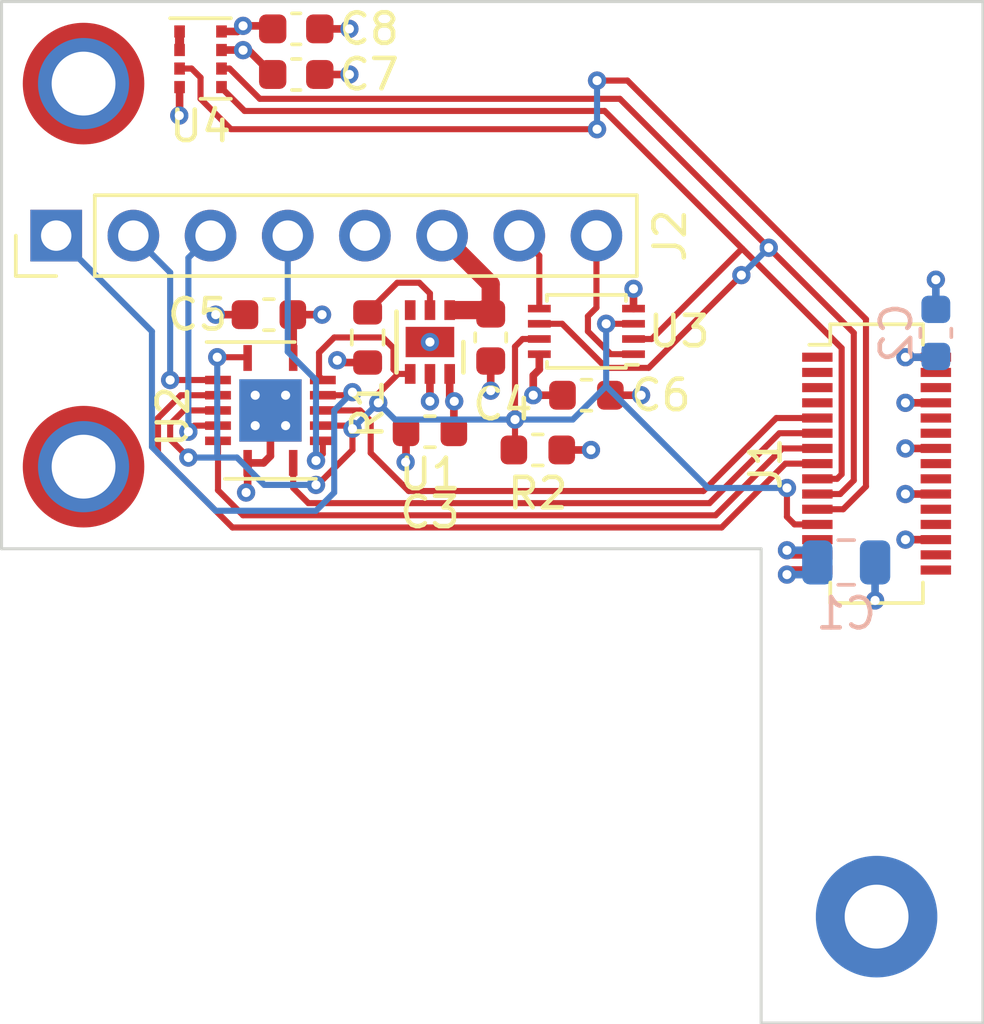
<source format=kicad_pcb>
(kicad_pcb (version 20171130) (host pcbnew "(5.1.9-0-10_14)")

  (general
    (thickness 1.6)
    (drawings 6)
    (tracks 239)
    (zones 0)
    (modules 19)
    (nets 37)
  )

  (page A4)
  (title_block
    (title "mikroPhone camera adapter")
    (date 2024-01-22)
    (rev 4.0)
  )

  (layers
    (0 F.Cu signal)
    (1 GND power)
    (2 PWR power)
    (31 B.Cu signal)
    (32 B.Adhes user)
    (33 F.Adhes user)
    (34 B.Paste user)
    (35 F.Paste user)
    (36 B.SilkS user hide)
    (37 F.SilkS user hide)
    (38 B.Mask user)
    (39 F.Mask user)
    (40 Dwgs.User user)
    (41 Cmts.User user)
    (42 Eco1.User user)
    (43 Eco2.User user)
    (44 Edge.Cuts user)
    (45 Margin user)
    (46 B.CrtYd user)
    (47 F.CrtYd user)
    (48 B.Fab user hide)
    (49 F.Fab user hide)
  )

  (setup
    (last_trace_width 0.2)
    (trace_clearance 0.2)
    (zone_clearance 0.2)
    (zone_45_only no)
    (trace_min 0.1524)
    (via_size 0.6)
    (via_drill 0.3)
    (via_min_size 0.5)
    (via_min_drill 0.2)
    (uvia_size 0.3)
    (uvia_drill 0.1)
    (uvias_allowed no)
    (uvia_min_size 0.2)
    (uvia_min_drill 0.1)
    (edge_width 0.1)
    (segment_width 0.2)
    (pcb_text_width 0.125)
    (pcb_text_size 0.5 0.5)
    (mod_edge_width 0.05)
    (mod_text_size 0.6 0.6)
    (mod_text_width 0.125)
    (pad_size 0.9 0.95)
    (pad_drill 0)
    (pad_to_mask_clearance 0)
    (aux_axis_origin 97.2 71.8)
    (visible_elements FFFFF7FF)
    (pcbplotparams
      (layerselection 0x010f8_ffffffff)
      (usegerberextensions true)
      (usegerberattributes false)
      (usegerberadvancedattributes false)
      (creategerberjobfile false)
      (excludeedgelayer true)
      (linewidth 0.100000)
      (plotframeref false)
      (viasonmask false)
      (mode 1)
      (useauxorigin false)
      (hpglpennumber 1)
      (hpglpenspeed 20)
      (hpglpendiameter 15.000000)
      (psnegative false)
      (psa4output false)
      (plotreference true)
      (plotvalue true)
      (plotinvisibletext false)
      (padsonsilk false)
      (subtractmaskfromsilk false)
      (outputformat 1)
      (mirror false)
      (drillshape 0)
      (scaleselection 1)
      (outputdirectory "fab/"))
  )

  (net 0 "")
  (net 1 GND)
  (net 2 +3V3)
  (net 3 /CAM.SCL)
  (net 4 /CAM.SDA)
  (net 5 /CAM.PWR)
  (net 6 /CAM.SCK)
  (net 7 /CAM.MISO)
  (net 8 /CAM.MOSI)
  (net 9 ENABLE)
  (net 10 +1V8)
  (net 11 APP.CSI.GPIO_6)
  (net 12 APP.CSI.GPIO_5)
  (net 13 APP.CSI.I2C4.SCL)
  (net 14 APP.CSI.I2C4.SDA)
  (net 15 SPI1.SS3)
  (net 16 SPI1.SCK)
  (net 17 SPI1.MISO)
  (net 18 SPI1.MOSI)
  (net 19 I2C0.SCL)
  (net 20 I2C0.SDA)
  (net 21 GPIO_23)
  (net 22 PRIV_LED_K)
  (net 23 APP.CSI2.D3_P)
  (net 24 APP.CSI2.D3_N)
  (net 25 APP.CSI2.D2_P)
  (net 26 APP.CSI2.D2_N)
  (net 27 APP.CSI2.CLK_P)
  (net 28 APP.CSI2.CLK_N)
  (net 29 APP.CSI2.D1_P)
  (net 30 APP.CSI2.D1_N)
  (net 31 APP.CSI2.D0_P)
  (net 32 APP.CSI2.D0_N)
  (net 33 "Net-(R1-Pad1)")
  (net 34 "Net-(U1-Pad3)")
  (net 35 "Net-(U4-Pad3)")
  (net 36 /CAM.CS)

  (net_class Default "This is the default net class."
    (clearance 0.2)
    (trace_width 0.2)
    (via_dia 0.6)
    (via_drill 0.3)
    (uvia_dia 0.3)
    (uvia_drill 0.1)
    (add_net /CAM.CS)
    (add_net /CAM.MISO)
    (add_net /CAM.MOSI)
    (add_net /CAM.PWR)
    (add_net /CAM.SCK)
    (add_net /CAM.SCL)
    (add_net /CAM.SDA)
    (add_net APP.CSI.GPIO_5)
    (add_net APP.CSI.GPIO_6)
    (add_net APP.CSI.I2C4.SCL)
    (add_net APP.CSI.I2C4.SDA)
    (add_net APP.CSI2.CLK_N)
    (add_net APP.CSI2.CLK_P)
    (add_net APP.CSI2.D0_N)
    (add_net APP.CSI2.D0_P)
    (add_net APP.CSI2.D1_N)
    (add_net APP.CSI2.D1_P)
    (add_net APP.CSI2.D2_N)
    (add_net APP.CSI2.D2_P)
    (add_net APP.CSI2.D3_N)
    (add_net APP.CSI2.D3_P)
    (add_net ENABLE)
    (add_net GPIO_23)
    (add_net I2C0.SCL)
    (add_net I2C0.SDA)
    (add_net "Net-(R1-Pad1)")
    (add_net "Net-(U1-Pad3)")
    (add_net "Net-(U4-Pad3)")
    (add_net PRIV_LED_K)
    (add_net SPI1.MISO)
    (add_net SPI1.MOSI)
    (add_net SPI1.SCK)
    (add_net SPI1.SS3)
  )

  (net_class PWR ""
    (clearance 0.2)
    (trace_width 0.25)
    (via_dia 0.6)
    (via_drill 0.3)
    (uvia_dia 0.3)
    (uvia_drill 0.1)
    (add_net +1V8)
    (add_net +3V3)
    (add_net GND)
  )

  (module Connector_Molex:Molex_SlimStack_55560-0301_2x15_P0.50mm_Vertical (layer F.Cu) (tedit 65B707F7) (tstamp 65B76A0B)
    (at 126 87 90)
    (descr "Molex SlimStack Fine-Pitch SMT Board-to-Board Connectors, 55560-0301, 30 Pins (http://www.molex.com/pdm_docs/sd/555600207_sd.pdf), generated with kicad-footprint-generator")
    (tags "connector Molex SlimStack side entry")
    (path /63923BCB)
    (attr smd)
    (fp_text reference J1 (at 0 -3.65 90) (layer F.SilkS)
      (effects (font (size 1 1) (thickness 0.15)))
    )
    (fp_text value Camera (at 0 3.65 90) (layer F.Fab)
      (effects (font (size 1 1) (thickness 0.15)))
    )
    (fp_line (start -4.98 -2.95) (end 4.98 -2.95) (layer F.CrtYd) (width 0.05))
    (fp_line (start -4.98 2.95) (end -4.98 -2.95) (layer F.CrtYd) (width 0.05))
    (fp_line (start 4.98 2.95) (end -4.98 2.95) (layer F.CrtYd) (width 0.05))
    (fp_line (start 4.98 -2.95) (end 4.98 2.95) (layer F.CrtYd) (width 0.05))
    (fp_line (start -4.585 -1.525) (end -3.91 -1.525) (layer F.SilkS) (width 0.12))
    (fp_line (start -4.585 1.525) (end -4.585 -1.525) (layer F.SilkS) (width 0.12))
    (fp_line (start -3.91 1.525) (end -4.585 1.525) (layer F.SilkS) (width 0.12))
    (fp_line (start 3.91 -1.525) (end 3.91 -2.215) (layer F.SilkS) (width 0.12))
    (fp_line (start 4.585 -1.525) (end 3.91 -1.525) (layer F.SilkS) (width 0.12))
    (fp_line (start 4.585 1.525) (end 4.585 -1.525) (layer F.SilkS) (width 0.12))
    (fp_line (start 3.91 1.525) (end 4.585 1.525) (layer F.SilkS) (width 0.12))
    (fp_line (start 3.91 -1.525) (end 3.91 -2.215) (layer F.Fab) (width 0.1))
    (fp_line (start -4.475 -1.415) (end 4.475 -1.415) (layer F.Fab) (width 0.1))
    (fp_line (start -4.475 1.415) (end -4.475 -1.415) (layer F.Fab) (width 0.1))
    (fp_line (start 4.475 1.415) (end -4.475 1.415) (layer F.Fab) (width 0.1))
    (fp_line (start 4.475 -1.415) (end 4.475 1.415) (layer F.Fab) (width 0.1))
    (fp_text user %R (at 0 0 90) (layer F.Fab)
      (effects (font (size 1 1) (thickness 0.15)))
    )
    (pad 1 smd rect (at 3.5 -1.95 90) (size 0.3 1) (layers F.Cu F.Paste F.Mask)
      (net 12 APP.CSI.GPIO_5))
    (pad 3 smd rect (at 3 -1.95 90) (size 0.3 1) (layers F.Cu F.Paste F.Mask)
      (net 11 APP.CSI.GPIO_6))
    (pad 5 smd rect (at 2.5 -1.95 90) (size 0.3 1) (layers F.Cu F.Paste F.Mask)
      (net 13 APP.CSI.I2C4.SCL))
    (pad 7 smd rect (at 2 -1.95 90) (size 0.3 1) (layers F.Cu F.Paste F.Mask)
      (net 14 APP.CSI.I2C4.SDA))
    (pad 9 smd rect (at 1.5 -1.95 90) (size 0.3 1) (layers F.Cu F.Paste F.Mask)
      (net 15 SPI1.SS3))
    (pad 11 smd rect (at 1 -1.95 90) (size 0.3 1) (layers F.Cu F.Paste F.Mask)
      (net 16 SPI1.SCK))
    (pad 13 smd rect (at 0.5 -1.95 90) (size 0.3 1) (layers F.Cu F.Paste F.Mask)
      (net 17 SPI1.MISO))
    (pad 15 smd rect (at 0 -1.95 90) (size 0.3 1) (layers F.Cu F.Paste F.Mask)
      (net 18 SPI1.MOSI))
    (pad 17 smd rect (at -0.5 -1.95 90) (size 0.3 1) (layers F.Cu F.Paste F.Mask)
      (net 19 I2C0.SCL))
    (pad 19 smd rect (at -1 -1.95 90) (size 0.3 1) (layers F.Cu F.Paste F.Mask)
      (net 20 I2C0.SDA))
    (pad 21 smd rect (at -1.5 -1.95 90) (size 0.3 1) (layers F.Cu F.Paste F.Mask)
      (net 21 GPIO_23))
    (pad 23 smd rect (at -2 -1.95 90) (size 0.3 1) (layers F.Cu F.Paste F.Mask)
      (net 9 ENABLE))
    (pad 25 smd rect (at -2.5 -1.95 90) (size 0.3 1) (layers F.Cu F.Paste F.Mask)
      (net 22 PRIV_LED_K))
    (pad 27 smd rect (at -3 -1.95 90) (size 0.3 1) (layers F.Cu F.Paste F.Mask)
      (net 2 +3V3))
    (pad 29 smd rect (at -3.5 -1.95 90) (size 0.3 1) (layers F.Cu F.Paste F.Mask)
      (net 2 +3V3))
    (pad 2 smd rect (at 3.5 1.95 90) (size 0.3 1) (layers F.Cu F.Paste F.Mask)
      (net 10 +1V8))
    (pad 4 smd rect (at 3 1.95 90) (size 0.3 1) (layers F.Cu F.Paste F.Mask)
      (net 23 APP.CSI2.D3_P))
    (pad 6 smd rect (at 2.5 1.95 90) (size 0.3 1) (layers F.Cu F.Paste F.Mask)
      (net 24 APP.CSI2.D3_N))
    (pad 8 smd rect (at 2 1.95 90) (size 0.3 1) (layers F.Cu F.Paste F.Mask)
      (net 1 GND))
    (pad 10 smd rect (at 1.5 1.95 90) (size 0.3 1) (layers F.Cu F.Paste F.Mask)
      (net 25 APP.CSI2.D2_P))
    (pad 12 smd rect (at 1 1.95 90) (size 0.3 1) (layers F.Cu F.Paste F.Mask)
      (net 26 APP.CSI2.D2_N))
    (pad 14 smd rect (at 0.5 1.95 90) (size 0.3 1) (layers F.Cu F.Paste F.Mask)
      (net 1 GND))
    (pad 16 smd rect (at 0 1.95 90) (size 0.3 1) (layers F.Cu F.Paste F.Mask)
      (net 27 APP.CSI2.CLK_P))
    (pad 18 smd rect (at -0.5 1.95 90) (size 0.3 1) (layers F.Cu F.Paste F.Mask)
      (net 28 APP.CSI2.CLK_N))
    (pad 20 smd rect (at -1 1.95 90) (size 0.3 1) (layers F.Cu F.Paste F.Mask)
      (net 1 GND))
    (pad 22 smd rect (at -1.5 1.95 90) (size 0.3 1) (layers F.Cu F.Paste F.Mask)
      (net 29 APP.CSI2.D1_P))
    (pad 24 smd rect (at -2 1.95 90) (size 0.3 1) (layers F.Cu F.Paste F.Mask)
      (net 30 APP.CSI2.D1_N))
    (pad 26 smd rect (at -2.5 1.95 90) (size 0.3 1) (layers F.Cu F.Paste F.Mask)
      (net 1 GND))
    (pad 28 smd rect (at -3 1.95 90) (size 0.3 1) (layers F.Cu F.Paste F.Mask)
      (net 31 APP.CSI2.D0_P))
    (pad 30 smd rect (at -3.5 1.95 90) (size 0.3 1) (layers F.Cu F.Paste F.Mask)
      (net 32 APP.CSI2.D0_N))
    (model ${KISYS3DMOD}/Connector_Molex.3dshapes/Molex_SlimStack_55560-0301_2x15_P0.50mm_Vertical.wrl
      (at (xyz 0 0 0))
      (scale (xyz 1 1 1))
      (rotate (xyz 0 0 0))
    )
  )

  (module Capacitor_SMD:C_0603_1608Metric (layer F.Cu) (tedit 5B301BBE) (tstamp 5CB63239)
    (at 106 82.1 180)
    (descr "Capacitor SMD 0603 (1608 Metric), square (rectangular) end terminal, IPC_7351 nominal, (Body size source: http://www.tortai-tech.com/upload/download/2011102023233369053.pdf), generated with kicad-footprint-generator")
    (tags capacitor)
    (path /5C8F0620)
    (attr smd)
    (fp_text reference C5 (at 2.35 0 180) (layer F.SilkS)
      (effects (font (size 1 1) (thickness 0.15)))
    )
    (fp_text value 0.1uF (at 3.65 0.05 180) (layer F.Fab)
      (effects (font (size 1 1) (thickness 0.15)))
    )
    (fp_line (start 1.48 0.73) (end -1.48 0.73) (layer F.CrtYd) (width 0.05))
    (fp_line (start 1.48 -0.73) (end 1.48 0.73) (layer F.CrtYd) (width 0.05))
    (fp_line (start -1.48 -0.73) (end 1.48 -0.73) (layer F.CrtYd) (width 0.05))
    (fp_line (start -1.48 0.73) (end -1.48 -0.73) (layer F.CrtYd) (width 0.05))
    (fp_line (start -0.162779 0.51) (end 0.162779 0.51) (layer F.SilkS) (width 0.12))
    (fp_line (start -0.162779 -0.51) (end 0.162779 -0.51) (layer F.SilkS) (width 0.12))
    (fp_line (start 0.8 0.4) (end -0.8 0.4) (layer F.Fab) (width 0.1))
    (fp_line (start 0.8 -0.4) (end 0.8 0.4) (layer F.Fab) (width 0.1))
    (fp_line (start -0.8 -0.4) (end 0.8 -0.4) (layer F.Fab) (width 0.1))
    (fp_line (start -0.8 0.4) (end -0.8 -0.4) (layer F.Fab) (width 0.1))
    (fp_text user %R (at 0 0 180) (layer F.Fab)
      (effects (font (size 0.4 0.4) (thickness 0.06)))
    )
    (pad 1 smd roundrect (at -0.7875 0 180) (size 0.875 0.95) (layers F.Cu F.Paste F.Mask) (roundrect_rratio 0.25)
      (net 2 +3V3))
    (pad 2 smd roundrect (at 0.7875 0 180) (size 0.875 0.95) (layers F.Cu F.Paste F.Mask) (roundrect_rratio 0.25)
      (net 1 GND))
    (model ${KISYS3DMOD}/Capacitor_SMD.3dshapes/C_0603_1608Metric.wrl
      (at (xyz 0 0 0))
      (scale (xyz 1 1 1))
      (rotate (xyz 0 0 0))
    )
  )

  (module Capacitor_SMD:C_0603_1608Metric (layer F.Cu) (tedit 5B301BBE) (tstamp 5CB63249)
    (at 111.3 85.95 180)
    (descr "Capacitor SMD 0603 (1608 Metric), square (rectangular) end terminal, IPC_7351 nominal, (Body size source: http://www.tortai-tech.com/upload/download/2011102023233369053.pdf), generated with kicad-footprint-generator")
    (tags capacitor)
    (path /5C8F0642)
    (attr smd)
    (fp_text reference C3 (at 0 -2.65 180) (layer F.SilkS)
      (effects (font (size 1 1) (thickness 0.15)))
    )
    (fp_text value 1uF (at 0 -1.5) (layer F.Fab)
      (effects (font (size 1 1) (thickness 0.15)))
    )
    (fp_line (start 1.48 0.73) (end -1.48 0.73) (layer F.CrtYd) (width 0.05))
    (fp_line (start 1.48 -0.73) (end 1.48 0.73) (layer F.CrtYd) (width 0.05))
    (fp_line (start -1.48 -0.73) (end 1.48 -0.73) (layer F.CrtYd) (width 0.05))
    (fp_line (start -1.48 0.73) (end -1.48 -0.73) (layer F.CrtYd) (width 0.05))
    (fp_line (start -0.162779 0.51) (end 0.162779 0.51) (layer F.SilkS) (width 0.12))
    (fp_line (start -0.162779 -0.51) (end 0.162779 -0.51) (layer F.SilkS) (width 0.12))
    (fp_line (start 0.8 0.4) (end -0.8 0.4) (layer F.Fab) (width 0.1))
    (fp_line (start 0.8 -0.4) (end 0.8 0.4) (layer F.Fab) (width 0.1))
    (fp_line (start -0.8 -0.4) (end 0.8 -0.4) (layer F.Fab) (width 0.1))
    (fp_line (start -0.8 0.4) (end -0.8 -0.4) (layer F.Fab) (width 0.1))
    (fp_text user %R (at 0 0) (layer F.Fab)
      (effects (font (size 0.4 0.4) (thickness 0.06)))
    )
    (pad 1 smd roundrect (at -0.7875 0 180) (size 0.875 0.95) (layers F.Cu F.Paste F.Mask) (roundrect_rratio 0.25)
      (net 2 +3V3))
    (pad 2 smd roundrect (at 0.7875 0 180) (size 0.875 0.95) (layers F.Cu F.Paste F.Mask) (roundrect_rratio 0.25)
      (net 1 GND))
    (model ${KISYS3DMOD}/Capacitor_SMD.3dshapes/C_0603_1608Metric.wrl
      (at (xyz 0 0 0))
      (scale (xyz 1 1 1))
      (rotate (xyz 0 0 0))
    )
  )

  (module Capacitor_SMD:C_0603_1608Metric (layer F.Cu) (tedit 5B301BBE) (tstamp 5CB63259)
    (at 116.45 84.75)
    (descr "Capacitor SMD 0603 (1608 Metric), square (rectangular) end terminal, IPC_7351 nominal, (Body size source: http://www.tortai-tech.com/upload/download/2011102023233369053.pdf), generated with kicad-footprint-generator")
    (tags capacitor)
    (path /5C8F0676)
    (attr smd)
    (fp_text reference C6 (at 2.45 0) (layer F.SilkS)
      (effects (font (size 1 1) (thickness 0.15)))
    )
    (fp_text value 0.1uF (at 3.6 0) (layer F.Fab)
      (effects (font (size 1 1) (thickness 0.15)))
    )
    (fp_line (start 1.48 0.73) (end -1.48 0.73) (layer F.CrtYd) (width 0.05))
    (fp_line (start 1.48 -0.73) (end 1.48 0.73) (layer F.CrtYd) (width 0.05))
    (fp_line (start -1.48 -0.73) (end 1.48 -0.73) (layer F.CrtYd) (width 0.05))
    (fp_line (start -1.48 0.73) (end -1.48 -0.73) (layer F.CrtYd) (width 0.05))
    (fp_line (start -0.162779 0.51) (end 0.162779 0.51) (layer F.SilkS) (width 0.12))
    (fp_line (start -0.162779 -0.51) (end 0.162779 -0.51) (layer F.SilkS) (width 0.12))
    (fp_line (start 0.8 0.4) (end -0.8 0.4) (layer F.Fab) (width 0.1))
    (fp_line (start 0.8 -0.4) (end 0.8 0.4) (layer F.Fab) (width 0.1))
    (fp_line (start -0.8 -0.4) (end 0.8 -0.4) (layer F.Fab) (width 0.1))
    (fp_line (start -0.8 0.4) (end -0.8 -0.4) (layer F.Fab) (width 0.1))
    (fp_text user %R (at 0 0) (layer F.Fab)
      (effects (font (size 0.4 0.4) (thickness 0.06)))
    )
    (pad 1 smd roundrect (at -0.7875 0) (size 0.875 0.95) (layers F.Cu F.Paste F.Mask) (roundrect_rratio 0.25)
      (net 2 +3V3))
    (pad 2 smd roundrect (at 0.7875 0) (size 0.875 0.95) (layers F.Cu F.Paste F.Mask) (roundrect_rratio 0.25)
      (net 1 GND))
    (model ${KISYS3DMOD}/Capacitor_SMD.3dshapes/C_0603_1608Metric.wrl
      (at (xyz 0 0 0))
      (scale (xyz 1 1 1))
      (rotate (xyz 0 0 0))
    )
  )

  (module Connector_PinHeader_2.54mm:PinHeader_1x08_P2.54mm_Vertical (layer F.Cu) (tedit 59FED5CC) (tstamp 5CB6347E)
    (at 99 79.5 90)
    (descr "Through hole straight pin header, 1x08, 2.54mm pitch, single row")
    (tags "Through hole pin header THT 1x08 2.54mm single row")
    (path /5CE10D8E)
    (fp_text reference J2 (at 0 20.2 90) (layer F.SilkS)
      (effects (font (size 1 1) (thickness 0.15)))
    )
    (fp_text value ArduCAM (at 0 20.11 90) (layer F.Fab)
      (effects (font (size 1 1) (thickness 0.15)))
    )
    (fp_line (start -0.635 -1.27) (end 1.27 -1.27) (layer F.Fab) (width 0.1))
    (fp_line (start 1.27 -1.27) (end 1.27 19.05) (layer F.Fab) (width 0.1))
    (fp_line (start 1.27 19.05) (end -1.27 19.05) (layer F.Fab) (width 0.1))
    (fp_line (start -1.27 19.05) (end -1.27 -0.635) (layer F.Fab) (width 0.1))
    (fp_line (start -1.27 -0.635) (end -0.635 -1.27) (layer F.Fab) (width 0.1))
    (fp_line (start -1.33 19.11) (end 1.33 19.11) (layer F.SilkS) (width 0.12))
    (fp_line (start -1.33 1.27) (end -1.33 19.11) (layer F.SilkS) (width 0.12))
    (fp_line (start 1.33 1.27) (end 1.33 19.11) (layer F.SilkS) (width 0.12))
    (fp_line (start -1.33 1.27) (end 1.33 1.27) (layer F.SilkS) (width 0.12))
    (fp_line (start -1.33 0) (end -1.33 -1.33) (layer F.SilkS) (width 0.12))
    (fp_line (start -1.33 -1.33) (end 0 -1.33) (layer F.SilkS) (width 0.12))
    (fp_line (start -1.8 -1.8) (end -1.8 19.55) (layer F.CrtYd) (width 0.05))
    (fp_line (start -1.8 19.55) (end 1.8 19.55) (layer F.CrtYd) (width 0.05))
    (fp_line (start 1.8 19.55) (end 1.8 -1.8) (layer F.CrtYd) (width 0.05))
    (fp_line (start 1.8 -1.8) (end -1.8 -1.8) (layer F.CrtYd) (width 0.05))
    (fp_text user %R (at 0 8.89 180) (layer F.Fab)
      (effects (font (size 1 1) (thickness 0.15)))
    )
    (pad 8 thru_hole oval (at 0 17.78 90) (size 1.7 1.7) (drill 1) (layers *.Cu *.Mask)
      (net 3 /CAM.SCL))
    (pad 7 thru_hole oval (at 0 15.24 90) (size 1.7 1.7) (drill 1) (layers *.Cu *.Mask)
      (net 4 /CAM.SDA))
    (pad 6 thru_hole oval (at 0 12.7 90) (size 1.7 1.7) (drill 1) (layers *.Cu *.Mask)
      (net 5 /CAM.PWR))
    (pad 5 thru_hole oval (at 0 10.16 90) (size 1.7 1.7) (drill 1) (layers *.Cu *.Mask)
      (net 1 GND))
    (pad 4 thru_hole oval (at 0 7.62 90) (size 1.7 1.7) (drill 1) (layers *.Cu *.Mask)
      (net 6 /CAM.SCK))
    (pad 3 thru_hole oval (at 0 5.08 90) (size 1.7 1.7) (drill 1) (layers *.Cu *.Mask)
      (net 7 /CAM.MISO))
    (pad 2 thru_hole oval (at 0 2.54 90) (size 1.7 1.7) (drill 1) (layers *.Cu *.Mask)
      (net 8 /CAM.MOSI))
    (pad 1 thru_hole rect (at 0 0 90) (size 1.7 1.7) (drill 1) (layers *.Cu *.Mask)
      (net 36 /CAM.CS))
    (model ${KISYS3DMOD}/Connector_PinHeader_2.54mm.3dshapes/PinHeader_1x08_P2.54mm_Vertical.wrl
      (at (xyz 0 0 0))
      (scale (xyz 1 1 1))
      (rotate (xyz 0 0 0))
    )
  )

  (module Resistor_SMD:R_0603_1608Metric (layer F.Cu) (tedit 5B301BBD) (tstamp 5CB63831)
    (at 114.85 86.55 180)
    (descr "Resistor SMD 0603 (1608 Metric), square (rectangular) end terminal, IPC_7351 nominal, (Body size source: http://www.tortai-tech.com/upload/download/2011102023233369053.pdf), generated with kicad-footprint-generator")
    (tags resistor)
    (path /5C8F05F3)
    (attr smd)
    (fp_text reference R2 (at 0 -1.43) (layer F.SilkS)
      (effects (font (size 1 1) (thickness 0.15)))
    )
    (fp_text value 100K (at 0.05 -2.85) (layer F.Fab)
      (effects (font (size 1 1) (thickness 0.15)))
    )
    (fp_line (start 1.48 0.73) (end -1.48 0.73) (layer F.CrtYd) (width 0.05))
    (fp_line (start 1.48 -0.73) (end 1.48 0.73) (layer F.CrtYd) (width 0.05))
    (fp_line (start -1.48 -0.73) (end 1.48 -0.73) (layer F.CrtYd) (width 0.05))
    (fp_line (start -1.48 0.73) (end -1.48 -0.73) (layer F.CrtYd) (width 0.05))
    (fp_line (start -0.162779 0.51) (end 0.162779 0.51) (layer F.SilkS) (width 0.12))
    (fp_line (start -0.162779 -0.51) (end 0.162779 -0.51) (layer F.SilkS) (width 0.12))
    (fp_line (start 0.8 0.4) (end -0.8 0.4) (layer F.Fab) (width 0.1))
    (fp_line (start 0.8 -0.4) (end 0.8 0.4) (layer F.Fab) (width 0.1))
    (fp_line (start -0.8 -0.4) (end 0.8 -0.4) (layer F.Fab) (width 0.1))
    (fp_line (start -0.8 0.4) (end -0.8 -0.4) (layer F.Fab) (width 0.1))
    (fp_text user %R (at 0 0) (layer F.Fab)
      (effects (font (size 0.4 0.4) (thickness 0.06)))
    )
    (pad 1 smd roundrect (at -0.7875 0 180) (size 0.875 0.95) (layers F.Cu F.Paste F.Mask) (roundrect_rratio 0.25)
      (net 1 GND))
    (pad 2 smd roundrect (at 0.7875 0 180) (size 0.875 0.95) (layers F.Cu F.Paste F.Mask) (roundrect_rratio 0.25)
      (net 9 ENABLE))
    (model ${KISYS3DMOD}/Resistor_SMD.3dshapes/R_0603_1608Metric.wrl
      (at (xyz 0 0 0))
      (scale (xyz 1 1 1))
      (rotate (xyz 0 0 0))
    )
  )

  (module Package_DFN_QFN:Texas_S-PVQFN-N14_ThermalVias (layer F.Cu) (tedit 5A0AA2C1) (tstamp 5CB63A4C)
    (at 106.05 85.25)
    (descr "Texas_S-PVQFN-N14_ThermalVias  http://www.ti.com/lit/ds/symlink/txb0104.pdf")
    (tags Texas_S-PVQFN-N14_ThermalVias)
    (path /621B60B6)
    (attr smd)
    (fp_text reference U2 (at -3.2 0.2 270) (layer F.SilkS)
      (effects (font (size 1 1) (thickness 0.15)))
    )
    (fp_text value SN74CBTLV3126RGY (at 0 3.25) (layer F.Fab)
      (effects (font (size 1 1) (thickness 0.15)))
    )
    (fp_line (start 1.75 -1.75) (end 1.75 1.75) (layer F.Fab) (width 0.1))
    (fp_line (start -1.25 -1.75) (end 1.75 -1.75) (layer F.Fab) (width 0.1))
    (fp_line (start -1.75 1.75) (end -1.75 -1.25) (layer F.Fab) (width 0.1))
    (fp_line (start 1.75 1.75) (end -1.75 1.75) (layer F.Fab) (width 0.1))
    (fp_line (start -1.25 -1.75) (end -1.75 -1.25) (layer F.Fab) (width 0.1))
    (fp_line (start 2.4 -2.4) (end 2.4 2.4) (layer F.CrtYd) (width 0.05))
    (fp_line (start -2.4 -2.4) (end 2.4 -2.4) (layer F.CrtYd) (width 0.05))
    (fp_line (start -2.4 2.4) (end -2.4 -2.4) (layer F.CrtYd) (width 0.05))
    (fp_line (start 2.4 2.4) (end -2.4 2.4) (layer F.CrtYd) (width 0.05))
    (fp_line (start 0.8 -2.25) (end -2.1 -2.25) (layer F.SilkS) (width 0.12))
    (fp_line (start -1.5 2.25) (end 1.5 2.25) (layer F.SilkS) (width 0.12))
    (fp_text user %R (at 0 0) (layer F.Fab)
      (effects (font (size 0.8 0.8) (thickness 0.08)))
    )
    (pad 1 smd rect (at -0.75 -1.725 270) (size 0.85 0.28) (layers F.Cu F.Paste F.Mask)
      (net 9 ENABLE))
    (pad 2 smd rect (at -1.725 -1 270) (size 0.28 0.85) (layers F.Cu F.Paste F.Mask)
      (net 8 /CAM.MOSI))
    (pad 3 smd rect (at -1.725 -0.5 270) (size 0.28 0.85) (layers F.Cu F.Paste F.Mask)
      (net 18 SPI1.MOSI))
    (pad 4 smd rect (at -1.725 0 270) (size 0.28 0.85) (layers F.Cu F.Paste F.Mask)
      (net 9 ENABLE))
    (pad 5 smd rect (at -1.725 0.5 270) (size 0.28 0.85) (layers F.Cu F.Paste F.Mask)
      (net 7 /CAM.MISO))
    (pad 6 smd rect (at -1.725 1 270) (size 0.28 0.85) (layers F.Cu F.Paste F.Mask)
      (net 17 SPI1.MISO))
    (pad 7 smd rect (at -0.75 1.725 270) (size 0.85 0.28) (layers F.Cu F.Paste F.Mask)
      (net 1 GND))
    (pad 8 smd rect (at 0.75 1.725 270) (size 0.85 0.28) (layers F.Cu F.Paste F.Mask)
      (net 16 SPI1.SCK))
    (pad 9 smd rect (at 1.725 1 270) (size 0.28 0.85) (layers F.Cu F.Paste F.Mask)
      (net 6 /CAM.SCK))
    (pad 10 smd rect (at 1.725 0.5 270) (size 0.28 0.85) (layers F.Cu F.Paste F.Mask)
      (net 9 ENABLE))
    (pad 11 smd rect (at 1.725 0 270) (size 0.28 0.85) (layers F.Cu F.Paste F.Mask)
      (net 15 SPI1.SS3))
    (pad 12 smd rect (at 1.725 -0.5 270) (size 0.28 0.85) (layers F.Cu F.Paste F.Mask)
      (net 36 /CAM.CS))
    (pad 13 smd rect (at 1.725 -1 270) (size 0.28 0.85) (layers F.Cu F.Paste F.Mask)
      (net 9 ENABLE))
    (pad 14 smd rect (at 0.75 -1.725 270) (size 0.85 0.28) (layers F.Cu F.Paste F.Mask)
      (net 2 +3V3))
    (pad 15 smd rect (at 0 0 270) (size 2.05 2.05) (layers F.Cu F.Mask)
      (net 1 GND))
    (pad 15 thru_hole circle (at 0.5 -0.5 270) (size 0.6 0.6) (drill 0.3) (layers *.Cu)
      (net 1 GND))
    (pad 15 thru_hole circle (at 0.5 0.5 270) (size 0.6 0.6) (drill 0.3) (layers *.Cu)
      (net 1 GND))
    (pad 15 thru_hole circle (at -0.5 0.5 270) (size 0.6 0.6) (drill 0.3) (layers *.Cu)
      (net 1 GND))
    (pad 15 thru_hole circle (at -0.5 -0.5 270) (size 0.6 0.6) (drill 0.3) (layers *.Cu)
      (net 1 GND))
    (pad "" smd rect (at 0.56 0.56 270) (size 0.82 0.82) (layers F.Paste))
    (pad "" smd rect (at 0.56 -0.56 270) (size 0.82 0.82) (layers F.Paste))
    (pad "" smd rect (at -0.56 -0.56 270) (size 0.82 0.82) (layers F.Paste))
    (pad "" smd rect (at -0.56 0.56 270) (size 0.82 0.82) (layers F.Paste))
    (pad 15 smd rect (at 0 0 270) (size 2.05 2.05) (layers B.Cu)
      (net 1 GND))
    (model ${KISYS3DMOD}/Package_DFN_QFN.3dshapes/Texas_S-PVQFN-N14.wrl
      (at (xyz 0 0 0))
      (scale (xyz 1 1 1))
      (rotate (xyz 0 0 0))
    )
  )

  (module Package_SO:VSSOP-8_2.4x2.1mm_P0.5mm (layer F.Cu) (tedit 5A02F25C) (tstamp 5D514A36)
    (at 116.45 82.65 180)
    (descr http://www.ti.com/lit/ml/mpds050d/mpds050d.pdf)
    (tags "VSSOP DCU R-PDSO-G8 Pitch0.5mm")
    (path /62214F88)
    (attr smd)
    (fp_text reference U3 (at -3.05 0 180) (layer F.SilkS)
      (effects (font (size 1 1) (thickness 0.15)))
    )
    (fp_text value SN74LVC2G66DCU (at -3.25 3.5 180) (layer F.Fab)
      (effects (font (size 1 1) (thickness 0.15)))
    )
    (fp_line (start -2.18 1.3) (end -2.18 -1.3) (layer F.CrtYd) (width 0.05))
    (fp_line (start 2.18 1.3) (end -2.18 1.3) (layer F.CrtYd) (width 0.05))
    (fp_line (start 2.18 -1.3) (end 2.18 1.3) (layer F.CrtYd) (width 0.05))
    (fp_line (start -2.18 -1.3) (end 2.18 -1.3) (layer F.CrtYd) (width 0.05))
    (fp_line (start -1.3 1.2) (end -1.3 1) (layer F.SilkS) (width 0.12))
    (fp_line (start -1.3 -1.1) (end -1.7 -1.1) (layer F.SilkS) (width 0.12))
    (fp_line (start -1.3 -1.2) (end -1.3 -1.1) (layer F.SilkS) (width 0.12))
    (fp_line (start 1.3 -1.2) (end -1.3 -1.2) (layer F.SilkS) (width 0.12))
    (fp_line (start 1.3 -1) (end 1.3 -1.2) (layer F.SilkS) (width 0.12))
    (fp_line (start 1.3 1.2) (end 1.3 1) (layer F.SilkS) (width 0.12))
    (fp_line (start -1.3 1.2) (end 1.3 1.2) (layer F.SilkS) (width 0.12))
    (fp_line (start -1.2 -0.7) (end -1.2 1.05) (layer F.Fab) (width 0.1))
    (fp_line (start -0.9 -1.05) (end -1.2 -0.7) (layer F.Fab) (width 0.1))
    (fp_line (start 1.2 -1.05) (end -0.9 -1.05) (layer F.Fab) (width 0.1))
    (fp_line (start 1.2 1.05) (end 1.2 -1.05) (layer F.Fab) (width 0.1))
    (fp_line (start -1.2 1.05) (end 1.2 1.05) (layer F.Fab) (width 0.1))
    (fp_text user %R (at 0 0 180) (layer F.Fab)
      (effects (font (size 0.5 0.5) (thickness 0.1)))
    )
    (pad 8 smd rect (at 1.55 -0.75 180) (size 0.75 0.25) (layers F.Cu F.Paste F.Mask)
      (net 2 +3V3))
    (pad 7 smd rect (at 1.55 -0.25 180) (size 0.75 0.25) (layers F.Cu F.Paste F.Mask)
      (net 9 ENABLE))
    (pad 6 smd rect (at 1.55 0.25 180) (size 0.75 0.25) (layers F.Cu F.Paste F.Mask)
      (net 20 I2C0.SDA))
    (pad 5 smd rect (at 1.55 0.75 180) (size 0.75 0.25) (layers F.Cu F.Paste F.Mask)
      (net 4 /CAM.SDA))
    (pad 4 smd rect (at -1.55 0.75 180) (size 0.75 0.25) (layers F.Cu F.Paste F.Mask)
      (net 1 GND))
    (pad 3 smd rect (at -1.55 0.25 180) (size 0.75 0.25) (layers F.Cu F.Paste F.Mask)
      (net 9 ENABLE))
    (pad 2 smd rect (at -1.55 -0.25 180) (size 0.75 0.25) (layers F.Cu F.Paste F.Mask)
      (net 19 I2C0.SCL))
    (pad 1 smd rect (at -1.55 -0.75 180) (size 0.75 0.25) (layers F.Cu F.Paste F.Mask)
      (net 3 /CAM.SCL))
    (model ${KISYS3DMOD}/Package_SO.3dshapes/VSSOP-8_2.4x2.1mm_P0.5mm.wrl
      (at (xyz 0 0 0))
      (scale (xyz 1 1 1))
      (rotate (xyz 0 0 0))
    )
  )

  (module Capacitor_SMD:C_0805_2012Metric (layer B.Cu) (tedit 5F68FEEE) (tstamp 65B769B6)
    (at 125 90.25)
    (descr "Capacitor SMD 0805 (2012 Metric), square (rectangular) end terminal, IPC_7351 nominal, (Body size source: IPC-SM-782 page 76, https://www.pcb-3d.com/wordpress/wp-content/uploads/ipc-sm-782a_amendment_1_and_2.pdf, https://docs.google.com/spreadsheets/d/1BsfQQcO9C6DZCsRaXUlFlo91Tg2WpOkGARC1WS5S8t0/edit?usp=sharing), generated with kicad-footprint-generator")
    (tags capacitor)
    (path /6649C3C6)
    (attr smd)
    (fp_text reference C1 (at 0 1.68) (layer B.SilkS)
      (effects (font (size 1 1) (thickness 0.15)) (justify mirror))
    )
    (fp_text value 22uF (at 0 -1.68) (layer B.Fab)
      (effects (font (size 1 1) (thickness 0.15)) (justify mirror))
    )
    (fp_line (start 1.7 -0.98) (end -1.7 -0.98) (layer B.CrtYd) (width 0.05))
    (fp_line (start 1.7 0.98) (end 1.7 -0.98) (layer B.CrtYd) (width 0.05))
    (fp_line (start -1.7 0.98) (end 1.7 0.98) (layer B.CrtYd) (width 0.05))
    (fp_line (start -1.7 -0.98) (end -1.7 0.98) (layer B.CrtYd) (width 0.05))
    (fp_line (start -0.261252 -0.735) (end 0.261252 -0.735) (layer B.SilkS) (width 0.12))
    (fp_line (start -0.261252 0.735) (end 0.261252 0.735) (layer B.SilkS) (width 0.12))
    (fp_line (start 1 -0.625) (end -1 -0.625) (layer B.Fab) (width 0.1))
    (fp_line (start 1 0.625) (end 1 -0.625) (layer B.Fab) (width 0.1))
    (fp_line (start -1 0.625) (end 1 0.625) (layer B.Fab) (width 0.1))
    (fp_line (start -1 -0.625) (end -1 0.625) (layer B.Fab) (width 0.1))
    (fp_text user %R (at 0 0) (layer B.Fab)
      (effects (font (size 0.5 0.5) (thickness 0.08)) (justify mirror))
    )
    (pad 1 smd roundrect (at -0.95 0) (size 1 1.45) (layers B.Cu B.Paste B.Mask) (roundrect_rratio 0.25)
      (net 2 +3V3))
    (pad 2 smd roundrect (at 0.95 0) (size 1 1.45) (layers B.Cu B.Paste B.Mask) (roundrect_rratio 0.25)
      (net 1 GND))
    (model ${KISYS3DMOD}/Capacitor_SMD.3dshapes/C_0805_2012Metric.wrl
      (at (xyz 0 0 0))
      (scale (xyz 1 1 1))
      (rotate (xyz 0 0 0))
    )
  )

  (module Capacitor_SMD:C_0603_1608Metric (layer B.Cu) (tedit 5F68FEEE) (tstamp 65B769C7)
    (at 127.95 82.7 90)
    (descr "Capacitor SMD 0603 (1608 Metric), square (rectangular) end terminal, IPC_7351 nominal, (Body size source: IPC-SM-782 page 76, https://www.pcb-3d.com/wordpress/wp-content/uploads/ipc-sm-782a_amendment_1_and_2.pdf), generated with kicad-footprint-generator")
    (tags capacitor)
    (path /66739EDA)
    (attr smd)
    (fp_text reference C2 (at 0 -1.3 90) (layer B.SilkS)
      (effects (font (size 1 1) (thickness 0.15)) (justify mirror))
    )
    (fp_text value DNP (at 0 -1.43 90) (layer B.Fab)
      (effects (font (size 1 1) (thickness 0.15)) (justify mirror))
    )
    (fp_line (start 1.48 -0.73) (end -1.48 -0.73) (layer B.CrtYd) (width 0.05))
    (fp_line (start 1.48 0.73) (end 1.48 -0.73) (layer B.CrtYd) (width 0.05))
    (fp_line (start -1.48 0.73) (end 1.48 0.73) (layer B.CrtYd) (width 0.05))
    (fp_line (start -1.48 -0.73) (end -1.48 0.73) (layer B.CrtYd) (width 0.05))
    (fp_line (start -0.14058 -0.51) (end 0.14058 -0.51) (layer B.SilkS) (width 0.12))
    (fp_line (start -0.14058 0.51) (end 0.14058 0.51) (layer B.SilkS) (width 0.12))
    (fp_line (start 0.8 -0.4) (end -0.8 -0.4) (layer B.Fab) (width 0.1))
    (fp_line (start 0.8 0.4) (end 0.8 -0.4) (layer B.Fab) (width 0.1))
    (fp_line (start -0.8 0.4) (end 0.8 0.4) (layer B.Fab) (width 0.1))
    (fp_line (start -0.8 -0.4) (end -0.8 0.4) (layer B.Fab) (width 0.1))
    (fp_text user %R (at 0 0 90) (layer B.Fab)
      (effects (font (size 0.4 0.4) (thickness 0.06)) (justify mirror))
    )
    (pad 1 smd roundrect (at -0.775 0 90) (size 0.9 0.95) (layers B.Cu B.Paste B.Mask) (roundrect_rratio 0.25)
      (net 10 +1V8))
    (pad 2 smd roundrect (at 0.775 0 90) (size 0.9 0.95) (layers B.Cu B.Paste B.Mask) (roundrect_rratio 0.25)
      (net 1 GND))
    (model ${KISYS3DMOD}/Capacitor_SMD.3dshapes/C_0603_1608Metric.wrl
      (at (xyz 0 0 0))
      (scale (xyz 1 1 1))
      (rotate (xyz 0 0 0))
    )
  )

  (module Capacitor_SMD:C_0603_1608Metric (layer F.Cu) (tedit 5F68FEEE) (tstamp 65B769D8)
    (at 113.3 82.85 270)
    (descr "Capacitor SMD 0603 (1608 Metric), square (rectangular) end terminal, IPC_7351 nominal, (Body size source: IPC-SM-782 page 76, https://www.pcb-3d.com/wordpress/wp-content/uploads/ipc-sm-782a_amendment_1_and_2.pdf), generated with kicad-footprint-generator")
    (tags capacitor)
    (path /66755A76)
    (attr smd)
    (fp_text reference C4 (at 2.2 -0.4 180) (layer F.SilkS)
      (effects (font (size 1 1) (thickness 0.15)))
    )
    (fp_text value 10uF (at 0 1.43 90) (layer F.Fab)
      (effects (font (size 1 1) (thickness 0.15)))
    )
    (fp_line (start -0.8 0.4) (end -0.8 -0.4) (layer F.Fab) (width 0.1))
    (fp_line (start -0.8 -0.4) (end 0.8 -0.4) (layer F.Fab) (width 0.1))
    (fp_line (start 0.8 -0.4) (end 0.8 0.4) (layer F.Fab) (width 0.1))
    (fp_line (start 0.8 0.4) (end -0.8 0.4) (layer F.Fab) (width 0.1))
    (fp_line (start -0.14058 -0.51) (end 0.14058 -0.51) (layer F.SilkS) (width 0.12))
    (fp_line (start -0.14058 0.51) (end 0.14058 0.51) (layer F.SilkS) (width 0.12))
    (fp_line (start -1.48 0.73) (end -1.48 -0.73) (layer F.CrtYd) (width 0.05))
    (fp_line (start -1.48 -0.73) (end 1.48 -0.73) (layer F.CrtYd) (width 0.05))
    (fp_line (start 1.48 -0.73) (end 1.48 0.73) (layer F.CrtYd) (width 0.05))
    (fp_line (start 1.48 0.73) (end -1.48 0.73) (layer F.CrtYd) (width 0.05))
    (fp_text user %R (at 0 0 90) (layer F.Fab)
      (effects (font (size 0.4 0.4) (thickness 0.06)))
    )
    (pad 2 smd roundrect (at 0.775 0 270) (size 0.9 0.95) (layers F.Cu F.Paste F.Mask) (roundrect_rratio 0.25)
      (net 1 GND))
    (pad 1 smd roundrect (at -0.775 0 270) (size 0.9 0.95) (layers F.Cu F.Paste F.Mask) (roundrect_rratio 0.25)
      (net 5 /CAM.PWR))
    (model ${KISYS3DMOD}/Capacitor_SMD.3dshapes/C_0603_1608Metric.wrl
      (at (xyz 0 0 0))
      (scale (xyz 1 1 1))
      (rotate (xyz 0 0 0))
    )
  )

  (module footprints:Spacer_small (layer B.Cu) (tedit 61BFD32E) (tstamp 65B76A11)
    (at 126 101.9)
    (path /65B78261)
    (fp_text reference J3 (at 0 -2.8) (layer B.SilkS) hide
      (effects (font (size 1 1) (thickness 0.15)) (justify mirror))
    )
    (fp_text value Spacer (at 0 2.7) (layer B.Fab)
      (effects (font (size 1 1) (thickness 0.15)) (justify mirror))
    )
    (pad 1 thru_hole circle (at 0 0) (size 3 3) (drill 2.1) (layers *.Cu *.Mask)
      (net 1 GND))
    (pad 1 smd circle (at 0 0) (size 4 4) (layers B.Cu B.Mask)
      (net 1 GND))
  )

  (module Resistor_SMD:R_0603_1608Metric (layer F.Cu) (tedit 5F68FEEE) (tstamp 65B76A28)
    (at 109.25 82.85 270)
    (descr "Resistor SMD 0603 (1608 Metric), square (rectangular) end terminal, IPC_7351 nominal, (Body size source: IPC-SM-782 page 72, https://www.pcb-3d.com/wordpress/wp-content/uploads/ipc-sm-782a_amendment_1_and_2.pdf), generated with kicad-footprint-generator")
    (tags resistor)
    (path /65D7343B)
    (attr smd)
    (fp_text reference R1 (at 2.35 0 90) (layer F.SilkS)
      (effects (font (size 1 1) (thickness 0.15)))
    )
    (fp_text value 100K (at 0 1.43 90) (layer F.Fab)
      (effects (font (size 1 1) (thickness 0.15)))
    )
    (fp_line (start 1.48 0.73) (end -1.48 0.73) (layer F.CrtYd) (width 0.05))
    (fp_line (start 1.48 -0.73) (end 1.48 0.73) (layer F.CrtYd) (width 0.05))
    (fp_line (start -1.48 -0.73) (end 1.48 -0.73) (layer F.CrtYd) (width 0.05))
    (fp_line (start -1.48 0.73) (end -1.48 -0.73) (layer F.CrtYd) (width 0.05))
    (fp_line (start -0.237258 0.5225) (end 0.237258 0.5225) (layer F.SilkS) (width 0.12))
    (fp_line (start -0.237258 -0.5225) (end 0.237258 -0.5225) (layer F.SilkS) (width 0.12))
    (fp_line (start 0.8 0.4125) (end -0.8 0.4125) (layer F.Fab) (width 0.1))
    (fp_line (start 0.8 -0.4125) (end 0.8 0.4125) (layer F.Fab) (width 0.1))
    (fp_line (start -0.8 -0.4125) (end 0.8 -0.4125) (layer F.Fab) (width 0.1))
    (fp_line (start -0.8 0.4125) (end -0.8 -0.4125) (layer F.Fab) (width 0.1))
    (fp_text user %R (at 0 0 90) (layer F.Fab)
      (effects (font (size 0.4 0.4) (thickness 0.06)))
    )
    (pad 1 smd roundrect (at -0.825 0 270) (size 0.8 0.95) (layers F.Cu F.Paste F.Mask) (roundrect_rratio 0.25)
      (net 33 "Net-(R1-Pad1)"))
    (pad 2 smd roundrect (at 0.825 0 270) (size 0.8 0.95) (layers F.Cu F.Paste F.Mask) (roundrect_rratio 0.25)
      (net 1 GND))
    (model ${KISYS3DMOD}/Resistor_SMD.3dshapes/R_0603_1608Metric.wrl
      (at (xyz 0 0 0))
      (scale (xyz 1 1 1))
      (rotate (xyz 0 0 0))
    )
  )

  (module Package_DFN_QFN:DFN-6-1EP_2x2mm_P0.65mm_EP1x1.6mm (layer F.Cu) (tedit 5EA4BCAF) (tstamp 65B76A41)
    (at 111.3 83 270)
    (descr "6-Lead Plastic Dual Flat, No Lead Package (MA) - 2x2x0.9 mm Body [DFN] (see Microchip Packaging Specification 00000049BS.pdf)")
    (tags "DFN 0.65")
    (path /65CEF587)
    (attr smd)
    (fp_text reference U1 (at 4.35 0 180) (layer F.SilkS)
      (effects (font (size 1 1) (thickness 0.15)))
    )
    (fp_text value NCP380HMUAJAA (at 0 2.025 90) (layer F.Fab)
      (effects (font (size 1 1) (thickness 0.15)))
    )
    (fp_line (start 0 -1.1) (end 1 -1.1) (layer F.SilkS) (width 0.15))
    (fp_line (start -1 1.1) (end 1 1.1) (layer F.SilkS) (width 0.15))
    (fp_line (start -1.65 1.25) (end 1.65 1.25) (layer F.CrtYd) (width 0.05))
    (fp_line (start -1.65 -1.25) (end 1.65 -1.25) (layer F.CrtYd) (width 0.05))
    (fp_line (start 1.65 -1.25) (end 1.65 1.25) (layer F.CrtYd) (width 0.05))
    (fp_line (start -1.65 -1.25) (end -1.65 1.25) (layer F.CrtYd) (width 0.05))
    (fp_line (start -1 -0.5) (end -0.5 -1) (layer F.Fab) (width 0.15))
    (fp_line (start -1 1) (end -1 -0.5) (layer F.Fab) (width 0.15))
    (fp_line (start 1 1) (end -1 1) (layer F.Fab) (width 0.15))
    (fp_line (start 1 -1) (end 1 1) (layer F.Fab) (width 0.15))
    (fp_line (start -0.5 -1) (end 1 -1) (layer F.Fab) (width 0.15))
    (fp_text user %R (at 0 0 90) (layer F.Fab)
      (effects (font (size 0.5 0.5) (thickness 0.075)))
    )
    (pad 1 smd rect (at -1.05 -0.65 270) (size 0.65 0.35) (layers F.Cu F.Paste F.Mask)
      (net 5 /CAM.PWR))
    (pad 2 smd rect (at -1.05 0 270) (size 0.65 0.35) (layers F.Cu F.Paste F.Mask)
      (net 33 "Net-(R1-Pad1)"))
    (pad 3 smd rect (at -1.05 0.65 270) (size 0.65 0.35) (layers F.Cu F.Paste F.Mask)
      (net 34 "Net-(U1-Pad3)"))
    (pad 4 smd rect (at 1.05 0.65 270) (size 0.65 0.35) (layers F.Cu F.Paste F.Mask)
      (net 9 ENABLE))
    (pad 5 smd rect (at 1.05 0 270) (size 0.65 0.35) (layers F.Cu F.Paste F.Mask)
      (net 1 GND))
    (pad 6 smd rect (at 1.05 -0.65 270) (size 0.65 0.35) (layers F.Cu F.Paste F.Mask)
      (net 2 +3V3))
    (pad 7 smd rect (at 0 0 270) (size 1 1.6) (layers F.Cu F.Mask)
      (net 1 GND))
    (pad "" smd rect (at 0 -0.4 270) (size 0.82 0.63) (layers F.Paste))
    (pad "" smd rect (at 0 0.4 270) (size 0.82 0.63) (layers F.Paste))
    (model ${KISYS3DMOD}/Package_DFN_QFN.3dshapes/DFN-6-1EP_2x2mm_P0.65mm_EP1x1.6mm.wrl
      (at (xyz 0 0 0))
      (scale (xyz 1 1 1))
      (rotate (xyz 0 0 0))
    )
  )

  (module Capacitor_SMD:C_0603_1608Metric (layer F.Cu) (tedit 5F68FEEE) (tstamp 65B717C1)
    (at 106.9 74.2)
    (descr "Capacitor SMD 0603 (1608 Metric), square (rectangular) end terminal, IPC_7351 nominal, (Body size source: IPC-SM-782 page 76, https://www.pcb-3d.com/wordpress/wp-content/uploads/ipc-sm-782a_amendment_1_and_2.pdf), generated with kicad-footprint-generator")
    (tags capacitor)
    (path /65B81494)
    (attr smd)
    (fp_text reference C7 (at 2.4 0) (layer F.SilkS)
      (effects (font (size 1 1) (thickness 0.15)))
    )
    (fp_text value 4.7uF (at 0 1.43) (layer F.Fab)
      (effects (font (size 1 1) (thickness 0.15)))
    )
    (fp_line (start 1.48 0.73) (end -1.48 0.73) (layer F.CrtYd) (width 0.05))
    (fp_line (start 1.48 -0.73) (end 1.48 0.73) (layer F.CrtYd) (width 0.05))
    (fp_line (start -1.48 -0.73) (end 1.48 -0.73) (layer F.CrtYd) (width 0.05))
    (fp_line (start -1.48 0.73) (end -1.48 -0.73) (layer F.CrtYd) (width 0.05))
    (fp_line (start -0.14058 0.51) (end 0.14058 0.51) (layer F.SilkS) (width 0.12))
    (fp_line (start -0.14058 -0.51) (end 0.14058 -0.51) (layer F.SilkS) (width 0.12))
    (fp_line (start 0.8 0.4) (end -0.8 0.4) (layer F.Fab) (width 0.1))
    (fp_line (start 0.8 -0.4) (end 0.8 0.4) (layer F.Fab) (width 0.1))
    (fp_line (start -0.8 -0.4) (end 0.8 -0.4) (layer F.Fab) (width 0.1))
    (fp_line (start -0.8 0.4) (end -0.8 -0.4) (layer F.Fab) (width 0.1))
    (fp_text user %R (at 0 0) (layer F.Fab)
      (effects (font (size 0.4 0.4) (thickness 0.06)))
    )
    (pad 1 smd roundrect (at -0.775 0) (size 0.9 0.95) (layers F.Cu F.Paste F.Mask) (roundrect_rratio 0.25)
      (net 2 +3V3))
    (pad 2 smd roundrect (at 0.775 0) (size 0.9 0.95) (layers F.Cu F.Paste F.Mask) (roundrect_rratio 0.25)
      (net 1 GND))
    (model ${KISYS3DMOD}/Capacitor_SMD.3dshapes/C_0603_1608Metric.wrl
      (at (xyz 0 0 0))
      (scale (xyz 1 1 1))
      (rotate (xyz 0 0 0))
    )
  )

  (module Capacitor_SMD:C_0603_1608Metric (layer F.Cu) (tedit 5F68FEEE) (tstamp 65B717D2)
    (at 106.9 72.7)
    (descr "Capacitor SMD 0603 (1608 Metric), square (rectangular) end terminal, IPC_7351 nominal, (Body size source: IPC-SM-782 page 76, https://www.pcb-3d.com/wordpress/wp-content/uploads/ipc-sm-782a_amendment_1_and_2.pdf), generated with kicad-footprint-generator")
    (tags capacitor)
    (path /65B89C97)
    (attr smd)
    (fp_text reference C8 (at 2.4 0) (layer F.SilkS)
      (effects (font (size 1 1) (thickness 0.15)))
    )
    (fp_text value 4.7uF (at 0 1.43) (layer F.Fab)
      (effects (font (size 1 1) (thickness 0.15)))
    )
    (fp_line (start -0.8 0.4) (end -0.8 -0.4) (layer F.Fab) (width 0.1))
    (fp_line (start -0.8 -0.4) (end 0.8 -0.4) (layer F.Fab) (width 0.1))
    (fp_line (start 0.8 -0.4) (end 0.8 0.4) (layer F.Fab) (width 0.1))
    (fp_line (start 0.8 0.4) (end -0.8 0.4) (layer F.Fab) (width 0.1))
    (fp_line (start -0.14058 -0.51) (end 0.14058 -0.51) (layer F.SilkS) (width 0.12))
    (fp_line (start -0.14058 0.51) (end 0.14058 0.51) (layer F.SilkS) (width 0.12))
    (fp_line (start -1.48 0.73) (end -1.48 -0.73) (layer F.CrtYd) (width 0.05))
    (fp_line (start -1.48 -0.73) (end 1.48 -0.73) (layer F.CrtYd) (width 0.05))
    (fp_line (start 1.48 -0.73) (end 1.48 0.73) (layer F.CrtYd) (width 0.05))
    (fp_line (start 1.48 0.73) (end -1.48 0.73) (layer F.CrtYd) (width 0.05))
    (fp_text user %R (at 0 0) (layer F.Fab)
      (effects (font (size 0.4 0.4) (thickness 0.06)))
    )
    (pad 2 smd roundrect (at 0.775 0) (size 0.9 0.95) (layers F.Cu F.Paste F.Mask) (roundrect_rratio 0.25)
      (net 1 GND))
    (pad 1 smd roundrect (at -0.775 0) (size 0.9 0.95) (layers F.Cu F.Paste F.Mask) (roundrect_rratio 0.25)
      (net 2 +3V3))
    (model ${KISYS3DMOD}/Capacitor_SMD.3dshapes/C_0603_1608Metric.wrl
      (at (xyz 0 0 0))
      (scale (xyz 1 1 1))
      (rotate (xyz 0 0 0))
    )
  )

  (module footprints:LGA-8_2.0x2.5mm_P0.61mm_Clockwise (layer F.Cu) (tedit 65B6EFC0) (tstamp 65B717EA)
    (at 103.75 73.7 180)
    (path /65B78D77)
    (fp_text reference U4 (at 0 -2.2) (layer F.SilkS)
      (effects (font (size 1 1) (thickness 0.15)))
    )
    (fp_text value APDS-9151 (at 0 2.3) (layer F.Fab)
      (effects (font (size 1 1) (thickness 0.15)))
    )
    (fp_line (start 1 -1.25) (end 1 1.25) (layer F.Fab) (width 0.1))
    (fp_line (start -1 -0.75) (end -0.5 -1.25) (layer F.Fab) (width 0.1))
    (fp_line (start -1 -1.3) (end 0 -1.3) (layer F.SilkS) (width 0.12))
    (fp_line (start -1 1.25) (end -1 -0.75) (layer F.Fab) (width 0.1))
    (fp_line (start -1.3 -1.55) (end -1.3 1.55) (layer F.CrtYd) (width 0.05))
    (fp_line (start -1 1.35) (end 1 1.35) (layer F.SilkS) (width 0.12))
    (fp_line (start -0.5 -1.25) (end 1 -1.25) (layer F.Fab) (width 0.1))
    (fp_line (start 1.3 1.55) (end 1.3 -1.55) (layer F.CrtYd) (width 0.05))
    (fp_line (start 1.3 -1.55) (end -1.3 -1.55) (layer F.CrtYd) (width 0.05))
    (fp_line (start -1.3 1.55) (end 1.3 1.55) (layer F.CrtYd) (width 0.05))
    (fp_line (start 1 1.25) (end -1 1.25) (layer F.Fab) (width 0.1))
    (fp_text user %R (at 0 0) (layer F.Fab)
      (effects (font (size 0.5 0.5) (thickness 0.08)))
    )
    (pad 6 smd rect (at -0.69 0.305 180) (size 0.35 0.4) (layers F.Cu F.Paste F.Mask)
      (net 2 +3V3))
    (pad 7 smd rect (at -0.69 -0.305 180) (size 0.35 0.4) (layers F.Cu F.Paste F.Mask)
      (net 20 I2C0.SDA))
    (pad 3 smd rect (at 0.69 0.305 180) (size 0.35 0.4) (layers F.Cu F.Paste F.Mask)
      (net 35 "Net-(U4-Pad3)"))
    (pad 2 smd rect (at 0.69 -0.305 180) (size 0.35 0.4) (layers F.Cu F.Paste F.Mask)
      (net 21 GPIO_23))
    (pad 4 smd rect (at 0.69 0.915 180) (size 0.35 0.4) (layers F.Cu F.Paste F.Mask)
      (net 35 "Net-(U4-Pad3)"))
    (pad 1 smd rect (at 0.69 -0.915 180) (size 0.35 0.4) (layers F.Cu F.Paste F.Mask)
      (net 1 GND))
    (pad 5 smd rect (at -0.69 0.915 180) (size 0.35 0.4) (layers F.Cu F.Paste F.Mask)
      (net 2 +3V3))
    (pad 8 smd rect (at -0.69 -0.915 180) (size 0.35 0.4) (layers F.Cu F.Paste F.Mask)
      (net 19 I2C0.SCL))
  )

  (module footprints:Spacer_small (layer F.Cu) (tedit 61BFD32E) (tstamp 65BD40B5)
    (at 99.9 87.1)
    (path /65CF1005)
    (fp_text reference J4 (at 0 2.8) (layer F.SilkS) hide
      (effects (font (size 1 1) (thickness 0.15)))
    )
    (fp_text value Spacer (at 0 -2.7) (layer F.Fab)
      (effects (font (size 1 1) (thickness 0.15)))
    )
    (pad 1 thru_hole circle (at 0 0) (size 3 3) (drill 2.1) (layers *.Cu *.Mask)
      (net 1 GND))
    (pad 1 smd circle (at 0 0) (size 4 4) (layers F.Cu F.Mask)
      (net 1 GND))
  )

  (module footprints:Spacer_small (layer F.Cu) (tedit 61BFD32E) (tstamp 65BD40BB)
    (at 99.9 74.5)
    (path /65CFB05E)
    (fp_text reference J5 (at 0 2.8) (layer F.SilkS) hide
      (effects (font (size 1 1) (thickness 0.15)))
    )
    (fp_text value Spacer (at 0 -2.7) (layer F.Fab)
      (effects (font (size 1 1) (thickness 0.15)))
    )
    (pad 1 smd circle (at 0 0) (size 4 4) (layers F.Cu F.Mask)
      (net 1 GND))
    (pad 1 thru_hole circle (at 0 0) (size 3 3) (drill 2.1) (layers *.Cu *.Mask)
      (net 1 GND))
  )

  (gr_line (start 122.2 89.8) (end 122.2 105.4) (layer Edge.Cuts) (width 0.1) (tstamp 65B78B76))
  (gr_line (start 97.2 89.8) (end 122.2 89.8) (layer Edge.Cuts) (width 0.1))
  (gr_line (start 97.2 71.8) (end 97.2 89.8) (layer Edge.Cuts) (width 0.1))
  (gr_line (start 129.5 71.8) (end 97.2 71.8) (layer Edge.Cuts) (width 0.1))
  (gr_line (start 129.5 105.4) (end 129.5 71.8) (layer Edge.Cuts) (width 0.1))
  (gr_line (start 122.2 105.4) (end 129.5 105.4) (layer Edge.Cuts) (width 0.1))

  (segment (start 105.3 86.975) (end 105.3 87.9) (width 0.25) (layer F.Cu) (net 1))
  (segment (start 105.3 87.9) (end 105.25 87.95) (width 0.25) (layer F.Cu) (net 1))
  (via (at 105.25 87.95) (size 0.6) (drill 0.3) (layers F.Cu B.Cu) (net 1))
  (segment (start 106.05 85.25) (end 106.05 86.75) (width 0.25) (layer F.Cu) (net 1))
  (segment (start 105.825 86.975) (end 105.3 86.975) (width 0.25) (layer F.Cu) (net 1))
  (segment (start 106.05 86.75) (end 105.825 86.975) (width 0.25) (layer F.Cu) (net 1))
  (via (at 104.25 82.1) (size 0.6) (drill 0.3) (layers F.Cu B.Cu) (net 1))
  (segment (start 104.25 82.1) (end 105.2125 82.1) (width 0.25) (layer F.Cu) (net 1))
  (via (at 127.95 80.95) (size 0.6) (drill 0.3) (layers F.Cu B.Cu) (net 1))
  (segment (start 127.95 81.925) (end 127.95 80.95) (width 0.25) (layer B.Cu) (net 1))
  (via (at 111.3 84.95) (size 0.6) (drill 0.3) (layers F.Cu B.Cu) (net 1))
  (segment (start 111.3 84.05) (end 111.3 84.95) (width 0.25) (layer F.Cu) (net 1))
  (via (at 113.3 84.6) (size 0.6) (drill 0.3) (layers F.Cu B.Cu) (net 1))
  (segment (start 113.3 83.625) (end 113.3 84.6) (width 0.25) (layer F.Cu) (net 1))
  (via (at 103.05 75.55) (size 0.6) (drill 0.3) (layers F.Cu B.Cu) (net 1))
  (segment (start 103.06 75.54) (end 103.05 75.55) (width 0.25) (layer F.Cu) (net 1))
  (segment (start 103.06 74.615) (end 103.06 75.54) (width 0.25) (layer F.Cu) (net 1))
  (via (at 126.95 89.5) (size 0.6) (drill 0.3) (layers F.Cu B.Cu) (net 1))
  (segment (start 127.95 89.5) (end 126.95 89.5) (width 0.25) (layer F.Cu) (net 1))
  (via (at 126.95 88) (size 0.6) (drill 0.3) (layers F.Cu B.Cu) (net 1))
  (segment (start 127.95 88) (end 126.95 88) (width 0.25) (layer F.Cu) (net 1))
  (via (at 126.95 86.5) (size 0.6) (drill 0.3) (layers F.Cu B.Cu) (net 1))
  (segment (start 127.95 86.5) (end 126.95 86.5) (width 0.25) (layer F.Cu) (net 1))
  (via (at 126.95 85) (size 0.6) (drill 0.3) (layers F.Cu B.Cu) (net 1))
  (segment (start 127.95 85) (end 126.95 85) (width 0.25) (layer F.Cu) (net 1))
  (via (at 125.95 91.5) (size 0.6) (drill 0.3) (layers F.Cu B.Cu) (net 1))
  (segment (start 125.95 90.25) (end 125.95 91.5) (width 0.25) (layer B.Cu) (net 1))
  (via (at 108.65 72.7) (size 0.6) (drill 0.3) (layers F.Cu B.Cu) (net 1))
  (segment (start 107.675 72.7) (end 108.65 72.7) (width 0.25) (layer F.Cu) (net 1))
  (via (at 108.65 74.2) (size 0.6) (drill 0.3) (layers F.Cu B.Cu) (net 1))
  (segment (start 107.675 74.2) (end 108.65 74.2) (width 0.25) (layer F.Cu) (net 1))
  (via (at 118.25 84.75) (size 0.6) (drill 0.3) (layers F.Cu B.Cu) (net 1))
  (segment (start 117.2375 84.75) (end 118.25 84.75) (width 0.25) (layer F.Cu) (net 1))
  (via (at 111.3 83) (size 0.6) (drill 0.3) (layers F.Cu B.Cu) (net 1))
  (segment (start 108.325 83.675) (end 108.25 83.6) (width 0.25) (layer F.Cu) (net 1))
  (via (at 108.25 83.6) (size 0.6) (drill 0.3) (layers F.Cu B.Cu) (net 1))
  (segment (start 109.25 83.675) (end 108.325 83.675) (width 0.25) (layer F.Cu) (net 1))
  (via (at 110.5 86.95) (size 0.6) (drill 0.3) (layers F.Cu B.Cu) (net 1))
  (segment (start 110.5125 86.9375) (end 110.5 86.95) (width 0.25) (layer F.Cu) (net 1))
  (segment (start 110.5125 85.95) (end 110.5125 86.9375) (width 0.25) (layer F.Cu) (net 1))
  (via (at 118 81.25) (size 0.6) (drill 0.3) (layers F.Cu B.Cu) (net 1))
  (segment (start 118 81.9) (end 118 81.25) (width 0.25) (layer F.Cu) (net 1))
  (via (at 116.6 86.55) (size 0.6) (drill 0.3) (layers F.Cu B.Cu) (net 1))
  (segment (start 115.6375 86.55) (end 116.6 86.55) (width 0.25) (layer F.Cu) (net 1))
  (segment (start 106.8 82.1125) (end 106.8 83.525) (width 0.25) (layer F.Cu) (net 2))
  (segment (start 106.7875 82.1) (end 106.8 82.1125) (width 0.25) (layer F.Cu) (net 2))
  (via (at 107.75 82.1) (size 0.6) (drill 0.3) (layers F.Cu B.Cu) (net 2))
  (segment (start 106.7875 82.1) (end 107.75 82.1) (width 0.25) (layer F.Cu) (net 2))
  (segment (start 111.95 84.8) (end 112.1 84.95) (width 0.25) (layer F.Cu) (net 2))
  (via (at 112.1 84.95) (size 0.6) (drill 0.3) (layers F.Cu B.Cu) (net 2))
  (segment (start 111.95 84.05) (end 111.95 84.8) (width 0.25) (layer F.Cu) (net 2))
  (segment (start 112.0875 84.9625) (end 112.0875 85.95) (width 0.25) (layer F.Cu) (net 2))
  (segment (start 112.1 84.95) (end 112.0875 84.9625) (width 0.25) (layer F.Cu) (net 2))
  (segment (start 105.145 73.395) (end 105.15 73.4) (width 0.25) (layer F.Cu) (net 2))
  (via (at 105.15 73.4) (size 0.6) (drill 0.3) (layers F.Cu B.Cu) (net 2))
  (segment (start 104.44 73.395) (end 105.145 73.395) (width 0.25) (layer F.Cu) (net 2))
  (via (at 123.05 90.65) (size 0.6) (drill 0.3) (layers F.Cu B.Cu) (net 2))
  (via (at 123.05 89.85) (size 0.6) (drill 0.3) (layers F.Cu B.Cu) (net 2))
  (segment (start 123.2 90.5) (end 123.05 90.65) (width 0.25) (layer F.Cu) (net 2))
  (segment (start 124.05 90.5) (end 123.2 90.5) (width 0.25) (layer F.Cu) (net 2))
  (segment (start 123.2 90) (end 123.05 89.85) (width 0.25) (layer F.Cu) (net 2))
  (segment (start 124.05 90) (end 123.2 90) (width 0.25) (layer F.Cu) (net 2))
  (via (at 105.15 72.6) (size 0.6) (drill 0.3) (layers F.Cu B.Cu) (net 2))
  (segment (start 104.965 72.785) (end 105.15 72.6) (width 0.25) (layer F.Cu) (net 2))
  (segment (start 104.44 72.785) (end 104.965 72.785) (width 0.25) (layer F.Cu) (net 2))
  (segment (start 106.025 72.6) (end 106.125 72.7) (width 0.25) (layer F.Cu) (net 2))
  (segment (start 105.15 72.6) (end 106.025 72.6) (width 0.25) (layer F.Cu) (net 2))
  (segment (start 105.325 73.4) (end 106.125 74.2) (width 0.25) (layer F.Cu) (net 2))
  (segment (start 105.15 73.4) (end 105.325 73.4) (width 0.25) (layer F.Cu) (net 2))
  (via (at 114.7 84.75) (size 0.6) (drill 0.3) (layers F.Cu B.Cu) (net 2))
  (segment (start 115.6625 84.75) (end 114.7 84.75) (width 0.25) (layer F.Cu) (net 2))
  (segment (start 114.9 83.4) (end 114.9 83.9) (width 0.25) (layer F.Cu) (net 2))
  (segment (start 114.7 84.1) (end 114.7 84.75) (width 0.25) (layer F.Cu) (net 2))
  (segment (start 114.9 83.9) (end 114.7 84.1) (width 0.25) (layer F.Cu) (net 2))
  (segment (start 123.65 89.85) (end 124.05 90.25) (width 0.25) (layer B.Cu) (net 2))
  (segment (start 123.05 89.85) (end 123.65 89.85) (width 0.25) (layer B.Cu) (net 2))
  (segment (start 123.65 90.65) (end 124.05 90.25) (width 0.25) (layer B.Cu) (net 2))
  (segment (start 123.05 90.65) (end 123.65 90.65) (width 0.25) (layer B.Cu) (net 2))
  (segment (start 118 83.4) (end 117.25 83.4) (width 0.2) (layer F.Cu) (net 3))
  (segment (start 117.25 83.4) (end 116.5 82.65) (width 0.2) (layer F.Cu) (net 3))
  (segment (start 116.5 82.65) (end 116.5 82.15) (width 0.2) (layer F.Cu) (net 3))
  (segment (start 116.78 81.87) (end 116.78 79.5) (width 0.2) (layer F.Cu) (net 3))
  (segment (start 116.5 82.15) (end 116.78 81.87) (width 0.2) (layer F.Cu) (net 3))
  (segment (start 114.9 80.16) (end 114.24 79.5) (width 0.2) (layer F.Cu) (net 4))
  (segment (start 114.9 81.9) (end 114.9 80.16) (width 0.2) (layer F.Cu) (net 4))
  (segment (start 113.3 82.075) (end 113.175 81.95) (width 0.6) (layer F.Cu) (net 5))
  (segment (start 113.175 81.95) (end 112.15 81.95) (width 0.6) (layer F.Cu) (net 5))
  (segment (start 111.95 81.95) (end 112.15 81.95) (width 0.2) (layer F.Cu) (net 5))
  (segment (start 113.3 81.1) (end 111.7 79.5) (width 0.6) (layer F.Cu) (net 5))
  (segment (start 113.3 82.075) (end 113.3 81.1) (width 0.6) (layer F.Cu) (net 5))
  (via (at 107.55 86.9) (size 0.6) (drill 0.3) (layers F.Cu B.Cu) (net 6))
  (segment (start 107.775 86.675) (end 107.55 86.9) (width 0.2) (layer F.Cu) (net 6))
  (segment (start 107.775 86.25) (end 107.775 86.675) (width 0.2) (layer F.Cu) (net 6))
  (segment (start 107.55 86.9) (end 107.55 84.25) (width 0.2) (layer B.Cu) (net 6))
  (segment (start 106.62 83.32) (end 106.62 79.5) (width 0.2) (layer B.Cu) (net 6))
  (segment (start 107.55 84.25) (end 106.62 83.32) (width 0.2) (layer B.Cu) (net 6))
  (segment (start 103.55 85.75) (end 103.35 85.95) (width 0.2) (layer F.Cu) (net 7))
  (via (at 103.35 85.95) (size 0.6) (drill 0.3) (layers F.Cu B.Cu) (net 7))
  (segment (start 104.325 85.75) (end 103.55 85.75) (width 0.2) (layer F.Cu) (net 7))
  (segment (start 103.35 85.95) (end 103.35 85.9) (width 0.2) (layer B.Cu) (net 7))
  (segment (start 103.35 80.23) (end 104.08 79.5) (width 0.2) (layer B.Cu) (net 7))
  (segment (start 103.35 85.95) (end 103.35 80.23) (width 0.2) (layer B.Cu) (net 7))
  (segment (start 104.325 84.25) (end 102.75 84.25) (width 0.2) (layer F.Cu) (net 8))
  (via (at 102.75 84.25) (size 0.6) (drill 0.3) (layers F.Cu B.Cu) (net 8))
  (segment (start 102.75 80.71) (end 101.54 79.5) (width 0.2) (layer B.Cu) (net 8))
  (segment (start 102.75 84.25) (end 102.75 80.71) (width 0.2) (layer B.Cu) (net 8))
  (via (at 104.3 83.5) (size 0.6) (drill 0.3) (layers F.Cu B.Cu) (net 9))
  (segment (start 105.275 83.5) (end 105.3 83.525) (width 0.2) (layer F.Cu) (net 9))
  (segment (start 104.3 83.5) (end 105.275 83.5) (width 0.2) (layer F.Cu) (net 9))
  (segment (start 104.325 85.25) (end 103.2 85.25) (width 0.2) (layer F.Cu) (net 9))
  (segment (start 103.2 85.25) (end 102.75 85.7) (width 0.2) (layer F.Cu) (net 9))
  (segment (start 102.75 85.7) (end 102.75 86.2) (width 0.2) (layer F.Cu) (net 9))
  (via (at 103.35 86.8) (size 0.6) (drill 0.3) (layers F.Cu B.Cu) (net 9))
  (segment (start 102.75 86.2) (end 103.35 86.8) (width 0.2) (layer F.Cu) (net 9))
  (via (at 108.75 85.85) (size 0.6) (drill 0.3) (layers F.Cu B.Cu) (net 9))
  (segment (start 108.65 85.75) (end 108.75 85.85) (width 0.2) (layer F.Cu) (net 9))
  (segment (start 107.775 85.75) (end 108.65 85.75) (width 0.2) (layer F.Cu) (net 9))
  (segment (start 108.75 85.85) (end 108.75 86.55) (width 0.2) (layer F.Cu) (net 9))
  (via (at 107.55 87.7) (size 0.6) (drill 0.3) (layers F.Cu B.Cu) (net 9))
  (segment (start 107.6 87.7) (end 107.55 87.7) (width 0.2) (layer F.Cu) (net 9))
  (segment (start 108.75 86.55) (end 107.6 87.7) (width 0.2) (layer F.Cu) (net 9))
  (segment (start 107.55 87.7) (end 105.85 87.7) (width 0.2) (layer B.Cu) (net 9))
  (segment (start 104.95 86.8) (end 105.85 87.7) (width 0.2) (layer B.Cu) (net 9))
  (segment (start 104.3 83.5) (end 104.3 86.8) (width 0.2) (layer B.Cu) (net 9))
  (segment (start 104.3 86.8) (end 104.95 86.8) (width 0.2) (layer B.Cu) (net 9))
  (segment (start 103.35 86.8) (end 104.3 86.8) (width 0.2) (layer B.Cu) (net 9))
  (segment (start 110.65 84.05) (end 110.65 84.2) (width 0.2) (layer F.Cu) (net 9))
  (via (at 109.6 85) (size 0.6) (drill 0.3) (layers F.Cu B.Cu) (net 9))
  (segment (start 108.75 85.85) (end 109.6 85) (width 0.2) (layer B.Cu) (net 9))
  (segment (start 110.65 84.05) (end 110.25 84.05) (width 0.2) (layer F.Cu) (net 9))
  (segment (start 110.25 84.05) (end 110.1 83.9) (width 0.2) (layer F.Cu) (net 9))
  (segment (start 110.1 83.9) (end 110.1 83.2) (width 0.2) (layer F.Cu) (net 9))
  (segment (start 110.1 83.2) (end 109.75 82.85) (width 0.2) (layer F.Cu) (net 9))
  (segment (start 109.75 82.85) (end 108.15 82.85) (width 0.2) (layer F.Cu) (net 9))
  (segment (start 108.15 82.85) (end 107.65 83.35) (width 0.2) (layer F.Cu) (net 9))
  (segment (start 107.65 84.125) (end 107.775 84.25) (width 0.2) (layer F.Cu) (net 9))
  (segment (start 107.65 83.35) (end 107.65 84.125) (width 0.2) (layer F.Cu) (net 9))
  (segment (start 109.6 84.7) (end 110.25 84.05) (width 0.2) (layer F.Cu) (net 9))
  (segment (start 109.6 85) (end 109.6 84.7) (width 0.2) (layer F.Cu) (net 9))
  (segment (start 114.9 82.9) (end 114.35 82.9) (width 0.2) (layer F.Cu) (net 9))
  (segment (start 114.35 82.9) (end 114.1 83.15) (width 0.2) (layer F.Cu) (net 9))
  (via (at 117.1 82.4) (size 0.6) (drill 0.3) (layers F.Cu B.Cu) (net 9))
  (segment (start 118 82.4) (end 117.1 82.4) (width 0.2) (layer F.Cu) (net 9))
  (segment (start 117.1 82.4) (end 117.1 84.45) (width 0.2) (layer B.Cu) (net 9))
  (segment (start 109.6 85) (end 110.15 85.55) (width 0.2) (layer B.Cu) (net 9))
  (via (at 114.1 85.55) (size 0.6) (drill 0.3) (layers F.Cu B.Cu) (net 9))
  (segment (start 110.15 85.55) (end 114.1 85.55) (width 0.2) (layer B.Cu) (net 9))
  (segment (start 116 85.55) (end 117.1 84.45) (width 0.2) (layer B.Cu) (net 9))
  (segment (start 114.1 85.55) (end 116 85.55) (width 0.2) (layer B.Cu) (net 9))
  (segment (start 114.1 83.15) (end 114.1 85.55) (width 0.2) (layer F.Cu) (net 9))
  (segment (start 114.1 86.5125) (end 114.0625 86.55) (width 0.2) (layer F.Cu) (net 9))
  (segment (start 114.1 85.55) (end 114.1 86.5125) (width 0.2) (layer F.Cu) (net 9))
  (segment (start 124.05 89) (end 123.3 89) (width 0.2) (layer F.Cu) (net 9))
  (via (at 123.05 87.8) (size 0.6) (drill 0.3) (layers F.Cu B.Cu) (net 9))
  (segment (start 123.05 88.75) (end 123.05 87.8) (width 0.2) (layer F.Cu) (net 9))
  (segment (start 123.3 89) (end 123.05 88.75) (width 0.2) (layer F.Cu) (net 9))
  (segment (start 120.45 87.8) (end 117.1 84.45) (width 0.2) (layer B.Cu) (net 9))
  (segment (start 123.05 87.8) (end 120.45 87.8) (width 0.2) (layer B.Cu) (net 9))
  (via (at 126.95 83.5) (size 0.6) (drill 0.3) (layers F.Cu B.Cu) (net 10))
  (segment (start 127.95 83.5) (end 126.95 83.5) (width 0.25) (layer F.Cu) (net 10))
  (segment (start 127.925 83.5) (end 127.95 83.475) (width 0.25) (layer B.Cu) (net 10))
  (segment (start 126.95 83.5) (end 127.925 83.5) (width 0.25) (layer B.Cu) (net 10))
  (segment (start 107.775 85.25) (end 109 85.25) (width 0.2) (layer F.Cu) (net 15))
  (segment (start 122.7 85.5) (end 124.05 85.5) (width 0.2) (layer F.Cu) (net 15))
  (segment (start 109 85.25) (end 109.35 85.6) (width 0.2) (layer F.Cu) (net 15))
  (segment (start 109.35 85.6) (end 109.35 86.65) (width 0.2) (layer F.Cu) (net 15))
  (segment (start 109.35 86.65) (end 110.6 87.9) (width 0.2) (layer F.Cu) (net 15))
  (segment (start 120.3 87.9) (end 122.7 85.5) (width 0.2) (layer F.Cu) (net 15))
  (segment (start 110.6 87.9) (end 120.3 87.9) (width 0.2) (layer F.Cu) (net 15))
  (segment (start 106.8 86.975) (end 106.8 87.8) (width 0.2) (layer F.Cu) (net 16))
  (segment (start 106.8 87.8) (end 107.3 88.3) (width 0.2) (layer F.Cu) (net 16))
  (segment (start 124.05 86) (end 122.8 86) (width 0.2) (layer F.Cu) (net 16))
  (segment (start 120.5 88.3) (end 122.8 86) (width 0.2) (layer F.Cu) (net 16))
  (segment (start 107.3 88.3) (end 120.5 88.3) (width 0.2) (layer F.Cu) (net 16))
  (segment (start 104.325 87.875) (end 104.325 86.25) (width 0.2) (layer F.Cu) (net 17))
  (segment (start 124.05 86.5) (end 122.9 86.5) (width 0.2) (layer F.Cu) (net 17))
  (segment (start 105.15 88.7) (end 104.325 87.875) (width 0.2) (layer F.Cu) (net 17))
  (segment (start 120.7 88.7) (end 122.9 86.5) (width 0.2) (layer F.Cu) (net 17))
  (segment (start 105.15 88.7) (end 120.7 88.7) (width 0.2) (layer F.Cu) (net 17))
  (segment (start 104.325 84.75) (end 103.1 84.75) (width 0.2) (layer F.Cu) (net 18))
  (segment (start 103.1 84.75) (end 102.35 85.5) (width 0.2) (layer F.Cu) (net 18))
  (segment (start 102.35 85.5) (end 102.35 86.65) (width 0.2) (layer F.Cu) (net 18))
  (segment (start 124.05 87) (end 123 87) (width 0.2) (layer F.Cu) (net 18))
  (segment (start 102.35 86.65) (end 104.8 89.1) (width 0.2) (layer F.Cu) (net 18))
  (segment (start 120.9 89.1) (end 123 87) (width 0.2) (layer F.Cu) (net 18))
  (segment (start 104.8 89.1) (end 120.9 89.1) (width 0.2) (layer F.Cu) (net 18))
  (segment (start 124.05 87.5) (end 124.7 87.5) (width 0.2) (layer F.Cu) (net 19))
  (segment (start 124.7 87.5) (end 124.85 87.35) (width 0.2) (layer F.Cu) (net 19))
  (segment (start 124.85 87.35) (end 124.85 83.2) (width 0.2) (layer F.Cu) (net 19))
  (segment (start 104.44 74.615) (end 104.44 74.64) (width 0.2) (layer F.Cu) (net 19))
  (segment (start 104.44 74.64) (end 105.2 75.4) (width 0.2) (layer F.Cu) (net 19))
  (segment (start 105.2 75.4) (end 117.05 75.4) (width 0.2) (layer F.Cu) (net 19))
  (segment (start 121.575 79.925) (end 124.85 83.2) (width 0.2) (layer F.Cu) (net 19))
  (segment (start 117.05 75.4) (end 121.575 79.925) (width 0.2) (layer F.Cu) (net 19))
  (segment (start 118.6 82.9) (end 121.575 79.925) (width 0.2) (layer F.Cu) (net 19))
  (segment (start 118 82.9) (end 118.6 82.9) (width 0.2) (layer F.Cu) (net 19))
  (segment (start 124.05 88) (end 124.8 88) (width 0.2) (layer F.Cu) (net 20))
  (segment (start 124.8 88) (end 125.25 87.55) (width 0.2) (layer F.Cu) (net 20))
  (segment (start 104.44 74.005) (end 104.705 74.005) (width 0.2) (layer F.Cu) (net 20))
  (segment (start 104.705 74.005) (end 105.7 75) (width 0.2) (layer F.Cu) (net 20))
  (via (at 121.55 80.8) (size 0.6) (drill 0.3) (layers F.Cu B.Cu) (net 20) (tstamp 65BD4AC2))
  (via (at 122.45 79.9) (size 0.6) (drill 0.3) (layers F.Cu B.Cu) (net 20) (tstamp 65BD4AC5))
  (segment (start 121.55 80.8) (end 122.45 79.9) (width 0.2) (layer B.Cu) (net 20))
  (segment (start 125.25 82.7) (end 125.25 87.55) (width 0.2) (layer F.Cu) (net 20))
  (segment (start 117.55 75) (end 105.7 75) (width 0.2) (layer F.Cu) (net 20))
  (segment (start 118.5 83.85) (end 121.55 80.8) (width 0.2) (layer F.Cu) (net 20))
  (segment (start 122.45 79.9) (end 125.25 82.7) (width 0.2) (layer F.Cu) (net 20))
  (segment (start 122.45 79.9) (end 117.55 75) (width 0.2) (layer F.Cu) (net 20))
  (segment (start 114.9 82.4) (end 115.65 82.4) (width 0.2) (layer F.Cu) (net 20))
  (segment (start 117.1 83.85) (end 118.5 83.85) (width 0.2) (layer F.Cu) (net 20))
  (segment (start 115.65 82.4) (end 117.1 83.85) (width 0.2) (layer F.Cu) (net 20))
  (segment (start 124.05 88.5) (end 124.9 88.5) (width 0.2) (layer F.Cu) (net 21))
  (segment (start 124.9 88.5) (end 125.65 87.75) (width 0.2) (layer F.Cu) (net 21))
  (segment (start 125.65 87.75) (end 125.65 82.25) (width 0.2) (layer F.Cu) (net 21))
  (segment (start 103.06 74.005) (end 103.455 74.005) (width 0.2) (layer F.Cu) (net 21))
  (segment (start 103.455 74.005) (end 103.75 74.3) (width 0.2) (layer F.Cu) (net 21))
  (segment (start 103.75 74.3) (end 103.75 75) (width 0.2) (layer F.Cu) (net 21))
  (via (at 116.8 76) (size 0.6) (drill 0.3) (layers F.Cu B.Cu) (net 21))
  (segment (start 104.75 76) (end 116.8 76) (width 0.2) (layer F.Cu) (net 21))
  (segment (start 103.75 75) (end 104.75 76) (width 0.2) (layer F.Cu) (net 21))
  (via (at 116.8 74.4) (size 0.6) (drill 0.3) (layers F.Cu B.Cu) (net 21))
  (segment (start 116.8 76) (end 116.8 74.4) (width 0.2) (layer B.Cu) (net 21))
  (segment (start 117.8 74.4) (end 125.65 82.25) (width 0.2) (layer F.Cu) (net 21))
  (segment (start 116.8 74.4) (end 117.8 74.4) (width 0.2) (layer F.Cu) (net 21))
  (segment (start 111.3 81.95) (end 111.3 81.4) (width 0.2) (layer F.Cu) (net 33))
  (segment (start 111.3 81.4) (end 110.95 81.05) (width 0.2) (layer F.Cu) (net 33))
  (segment (start 110.225 81.05) (end 109.25 82.025) (width 0.2) (layer F.Cu) (net 33))
  (segment (start 110.95 81.05) (end 110.225 81.05) (width 0.2) (layer F.Cu) (net 33))
  (segment (start 103.06 72.785) (end 103.06 73.395) (width 0.3) (layer F.Cu) (net 35))
  (via (at 108.75 84.65) (size 0.6) (drill 0.3) (layers F.Cu B.Cu) (net 36))
  (segment (start 108.65 84.75) (end 108.75 84.65) (width 0.2) (layer F.Cu) (net 36))
  (segment (start 107.775 84.75) (end 108.65 84.75) (width 0.2) (layer F.Cu) (net 36))
  (segment (start 108.75 84.65) (end 108.15 85.25) (width 0.2) (layer B.Cu) (net 36))
  (segment (start 104.25 88.55) (end 102.15 86.45) (width 0.2) (layer B.Cu) (net 36))
  (segment (start 104.25 88.55) (end 107.55 88.55) (width 0.2) (layer B.Cu) (net 36))
  (segment (start 108.15 87.95) (end 108.15 85.25) (width 0.2) (layer B.Cu) (net 36))
  (segment (start 107.55 88.55) (end 108.15 87.95) (width 0.2) (layer B.Cu) (net 36))
  (segment (start 102.15 82.65) (end 99 79.5) (width 0.2) (layer B.Cu) (net 36))
  (segment (start 102.15 86.45) (end 102.15 82.65) (width 0.2) (layer B.Cu) (net 36))

  (zone (net 1) (net_name GND) (layer GND) (tstamp 65BEDCC7) (hatch edge 0.508)
    (connect_pads (clearance 0.2))
    (min_thickness 0.2)
    (fill yes (arc_segments 32) (thermal_gap 0.254) (thermal_bridge_width 0.4572))
    (polygon
      (pts
        (xy 129.5 105.4) (xy 122.2 105.4) (xy 122.2 89.8) (xy 97.2 89.8) (xy 97.2 71.8)
        (xy 129.5 71.8)
      )
    )
    (filled_polygon
      (pts
        (xy 104.68395 72.217522) (xy 104.618287 72.315793) (xy 104.573058 72.424986) (xy 104.55 72.540905) (xy 104.55 72.659095)
        (xy 104.573058 72.775014) (xy 104.618287 72.884207) (xy 104.68395 72.982478) (xy 104.701472 73) (xy 104.68395 73.017522)
        (xy 104.618287 73.115793) (xy 104.573058 73.224986) (xy 104.55 73.340905) (xy 104.55 73.459095) (xy 104.573058 73.575014)
        (xy 104.618287 73.684207) (xy 104.68395 73.782478) (xy 104.767522 73.86605) (xy 104.865793 73.931713) (xy 104.974986 73.976942)
        (xy 105.090905 74) (xy 105.209095 74) (xy 105.325014 73.976942) (xy 105.434207 73.931713) (xy 105.532478 73.86605)
        (xy 105.61605 73.782478) (xy 105.681713 73.684207) (xy 105.726942 73.575014) (xy 105.75 73.459095) (xy 105.75 73.340905)
        (xy 105.726942 73.224986) (xy 105.681713 73.115793) (xy 105.61605 73.017522) (xy 105.598528 73) (xy 105.61605 72.982478)
        (xy 105.681713 72.884207) (xy 105.726942 72.775014) (xy 105.75 72.659095) (xy 105.75 72.540905) (xy 105.726942 72.424986)
        (xy 105.681713 72.315793) (xy 105.61605 72.217522) (xy 105.548528 72.15) (xy 129.150001 72.15) (xy 129.15 105.05)
        (xy 122.55 105.05) (xy 122.55 103.242375) (xy 124.839493 103.242375) (xy 125.011625 103.479169) (xy 125.338697 103.641648)
        (xy 125.691182 103.737196) (xy 126.055535 103.762142) (xy 126.417754 103.715528) (xy 126.763919 103.599143) (xy 126.988375 103.479169)
        (xy 127.160507 103.242375) (xy 126 102.081868) (xy 124.839493 103.242375) (xy 122.55 103.242375) (xy 122.55 101.955535)
        (xy 124.137858 101.955535) (xy 124.184472 102.317754) (xy 124.300857 102.663919) (xy 124.420831 102.888375) (xy 124.657625 103.060507)
        (xy 125.818132 101.9) (xy 126.181868 101.9) (xy 127.342375 103.060507) (xy 127.579169 102.888375) (xy 127.741648 102.561303)
        (xy 127.837196 102.208818) (xy 127.862142 101.844465) (xy 127.815528 101.482246) (xy 127.699143 101.136081) (xy 127.579169 100.911625)
        (xy 127.342375 100.739493) (xy 126.181868 101.9) (xy 125.818132 101.9) (xy 124.657625 100.739493) (xy 124.420831 100.911625)
        (xy 124.258352 101.238697) (xy 124.162804 101.591182) (xy 124.137858 101.955535) (xy 122.55 101.955535) (xy 122.55 100.557625)
        (xy 124.839493 100.557625) (xy 126 101.718132) (xy 127.160507 100.557625) (xy 126.988375 100.320831) (xy 126.661303 100.158352)
        (xy 126.308818 100.062804) (xy 125.944465 100.037858) (xy 125.582246 100.084472) (xy 125.236081 100.200857) (xy 125.011625 100.320831)
        (xy 124.839493 100.557625) (xy 122.55 100.557625) (xy 122.55 90.981669) (xy 122.58395 91.032478) (xy 122.667522 91.11605)
        (xy 122.765793 91.181713) (xy 122.874986 91.226942) (xy 122.990905 91.25) (xy 123.109095 91.25) (xy 123.225014 91.226942)
        (xy 123.334207 91.181713) (xy 123.432478 91.11605) (xy 123.51605 91.032478) (xy 123.581713 90.934207) (xy 123.626942 90.825014)
        (xy 123.65 90.709095) (xy 123.65 90.590905) (xy 123.626942 90.474986) (xy 123.581713 90.365793) (xy 123.51605 90.267522)
        (xy 123.498528 90.25) (xy 123.51605 90.232478) (xy 123.581713 90.134207) (xy 123.626942 90.025014) (xy 123.65 89.909095)
        (xy 123.65 89.790905) (xy 123.626942 89.674986) (xy 123.581713 89.565793) (xy 123.51605 89.467522) (xy 123.432478 89.38395)
        (xy 123.334207 89.318287) (xy 123.225014 89.273058) (xy 123.109095 89.25) (xy 122.990905 89.25) (xy 122.874986 89.273058)
        (xy 122.765793 89.318287) (xy 122.667522 89.38395) (xy 122.58395 89.467522) (xy 122.518287 89.565793) (xy 122.497936 89.614925)
        (xy 122.492422 89.60461) (xy 122.448685 89.551315) (xy 122.39539 89.507578) (xy 122.334587 89.475078) (xy 122.268612 89.455065)
        (xy 122.217189 89.45) (xy 122.217188 89.45) (xy 122.2 89.448307) (xy 122.182811 89.45) (xy 97.55 89.45)
        (xy 97.55 88.442375) (xy 98.739493 88.442375) (xy 98.911625 88.679169) (xy 99.238697 88.841648) (xy 99.591182 88.937196)
        (xy 99.955535 88.962142) (xy 100.317754 88.915528) (xy 100.663919 88.799143) (xy 100.888375 88.679169) (xy 101.060507 88.442375)
        (xy 99.9 87.281868) (xy 98.739493 88.442375) (xy 97.55 88.442375) (xy 97.55 87.155535) (xy 98.037858 87.155535)
        (xy 98.084472 87.517754) (xy 98.200857 87.863919) (xy 98.320831 88.088375) (xy 98.557625 88.260507) (xy 99.718132 87.1)
        (xy 100.081868 87.1) (xy 101.242375 88.260507) (xy 101.479169 88.088375) (xy 101.641648 87.761303) (xy 101.737196 87.408818)
        (xy 101.762142 87.044465) (xy 101.715528 86.682246) (xy 101.599143 86.336081) (xy 101.479169 86.111625) (xy 101.242375 85.939493)
        (xy 100.081868 87.1) (xy 99.718132 87.1) (xy 98.557625 85.939493) (xy 98.320831 86.111625) (xy 98.158352 86.438697)
        (xy 98.062804 86.791182) (xy 98.037858 87.155535) (xy 97.55 87.155535) (xy 97.55 85.757625) (xy 98.739493 85.757625)
        (xy 99.9 86.918132) (xy 100.927227 85.890905) (xy 102.75 85.890905) (xy 102.75 86.009095) (xy 102.773058 86.125014)
        (xy 102.818287 86.234207) (xy 102.88395 86.332478) (xy 102.926472 86.375) (xy 102.88395 86.417522) (xy 102.818287 86.515793)
        (xy 102.773058 86.624986) (xy 102.75 86.740905) (xy 102.75 86.859095) (xy 102.773058 86.975014) (xy 102.818287 87.084207)
        (xy 102.88395 87.182478) (xy 102.967522 87.26605) (xy 103.065793 87.331713) (xy 103.174986 87.376942) (xy 103.290905 87.4)
        (xy 103.409095 87.4) (xy 103.525014 87.376942) (xy 103.634207 87.331713) (xy 103.732478 87.26605) (xy 103.81605 87.182478)
        (xy 103.881713 87.084207) (xy 103.926942 86.975014) (xy 103.95 86.859095) (xy 103.95 86.840905) (xy 106.95 86.840905)
        (xy 106.95 86.959095) (xy 106.973058 87.075014) (xy 107.018287 87.184207) (xy 107.08395 87.282478) (xy 107.101472 87.3)
        (xy 107.08395 87.317522) (xy 107.018287 87.415793) (xy 106.973058 87.524986) (xy 106.95 87.640905) (xy 106.95 87.759095)
        (xy 106.973058 87.875014) (xy 107.018287 87.984207) (xy 107.08395 88.082478) (xy 107.167522 88.16605) (xy 107.265793 88.231713)
        (xy 107.374986 88.276942) (xy 107.490905 88.3) (xy 107.609095 88.3) (xy 107.725014 88.276942) (xy 107.834207 88.231713)
        (xy 107.932478 88.16605) (xy 108.01605 88.082478) (xy 108.081713 87.984207) (xy 108.126942 87.875014) (xy 108.15 87.759095)
        (xy 108.15 87.740905) (xy 122.45 87.740905) (xy 122.45 87.859095) (xy 122.473058 87.975014) (xy 122.518287 88.084207)
        (xy 122.58395 88.182478) (xy 122.667522 88.26605) (xy 122.765793 88.331713) (xy 122.874986 88.376942) (xy 122.990905 88.4)
        (xy 123.109095 88.4) (xy 123.225014 88.376942) (xy 123.334207 88.331713) (xy 123.432478 88.26605) (xy 123.51605 88.182478)
        (xy 123.581713 88.084207) (xy 123.626942 87.975014) (xy 123.65 87.859095) (xy 123.65 87.740905) (xy 123.626942 87.624986)
        (xy 123.581713 87.515793) (xy 123.51605 87.417522) (xy 123.432478 87.33395) (xy 123.334207 87.268287) (xy 123.225014 87.223058)
        (xy 123.109095 87.2) (xy 122.990905 87.2) (xy 122.874986 87.223058) (xy 122.765793 87.268287) (xy 122.667522 87.33395)
        (xy 122.58395 87.417522) (xy 122.518287 87.515793) (xy 122.473058 87.624986) (xy 122.45 87.740905) (xy 108.15 87.740905)
        (xy 108.15 87.640905) (xy 108.126942 87.524986) (xy 108.081713 87.415793) (xy 108.01605 87.317522) (xy 107.998528 87.3)
        (xy 108.01605 87.282478) (xy 108.081713 87.184207) (xy 108.126942 87.075014) (xy 108.15 86.959095) (xy 108.15 86.840905)
        (xy 108.126942 86.724986) (xy 108.081713 86.615793) (xy 108.01605 86.517522) (xy 107.932478 86.43395) (xy 107.834207 86.368287)
        (xy 107.725014 86.323058) (xy 107.609095 86.3) (xy 107.490905 86.3) (xy 107.374986 86.323058) (xy 107.265793 86.368287)
        (xy 107.167522 86.43395) (xy 107.08395 86.517522) (xy 107.018287 86.615793) (xy 106.973058 86.724986) (xy 106.95 86.840905)
        (xy 103.95 86.840905) (xy 103.95 86.740905) (xy 103.926942 86.624986) (xy 103.881713 86.515793) (xy 103.81605 86.417522)
        (xy 103.773528 86.375) (xy 103.81605 86.332478) (xy 103.881713 86.234207) (xy 103.882369 86.232623) (xy 105.249245 86.232623)
        (xy 105.275237 86.346966) (xy 105.396979 86.389099) (xy 105.524601 86.406672) (xy 105.653199 86.399009) (xy 105.777832 86.366405)
        (xy 105.824763 86.346966) (xy 105.850755 86.232623) (xy 106.249245 86.232623) (xy 106.275237 86.346966) (xy 106.396979 86.389099)
        (xy 106.524601 86.406672) (xy 106.653199 86.399009) (xy 106.777832 86.366405) (xy 106.824763 86.346966) (xy 106.850755 86.232623)
        (xy 106.55 85.931868) (xy 106.249245 86.232623) (xy 105.850755 86.232623) (xy 105.55 85.931868) (xy 105.249245 86.232623)
        (xy 103.882369 86.232623) (xy 103.926942 86.125014) (xy 103.95 86.009095) (xy 103.95 85.890905) (xy 103.926942 85.774986)
        (xy 103.906072 85.724601) (xy 104.893328 85.724601) (xy 104.900991 85.853199) (xy 104.933595 85.977832) (xy 104.953034 86.024763)
        (xy 105.067377 86.050755) (xy 105.368132 85.75) (xy 105.731868 85.75) (xy 105.924347 85.942479) (xy 105.933595 85.977832)
        (xy 105.953034 86.024763) (xy 106.022399 86.040531) (xy 106.032623 86.050755) (xy 106.05 86.046805) (xy 106.067377 86.050755)
        (xy 106.077601 86.040531) (xy 106.146966 86.024763) (xy 106.175332 85.9428) (xy 106.368132 85.75) (xy 106.731868 85.75)
        (xy 107.032623 86.050755) (xy 107.146966 86.024763) (xy 107.189099 85.903021) (xy 107.206672 85.775399) (xy 107.199009 85.646801)
        (xy 107.166405 85.522168) (xy 107.146966 85.475237) (xy 107.032623 85.449245) (xy 106.731868 85.75) (xy 106.368132 85.75)
        (xy 106.175653 85.557521) (xy 106.166405 85.522168) (xy 106.146966 85.475237) (xy 106.077601 85.459469) (xy 106.067377 85.449245)
        (xy 106.05 85.453195) (xy 106.032623 85.449245) (xy 106.022399 85.459469) (xy 105.953034 85.475237) (xy 105.924668 85.5572)
        (xy 105.731868 85.75) (xy 105.368132 85.75) (xy 105.067377 85.449245) (xy 104.953034 85.475237) (xy 104.910901 85.596979)
        (xy 104.893328 85.724601) (xy 103.906072 85.724601) (xy 103.881713 85.665793) (xy 103.81605 85.567522) (xy 103.732478 85.48395)
        (xy 103.634207 85.418287) (xy 103.525014 85.373058) (xy 103.409095 85.35) (xy 103.290905 85.35) (xy 103.174986 85.373058)
        (xy 103.065793 85.418287) (xy 102.967522 85.48395) (xy 102.88395 85.567522) (xy 102.818287 85.665793) (xy 102.773058 85.774986)
        (xy 102.75 85.890905) (xy 100.927227 85.890905) (xy 101.060507 85.757625) (xy 100.888375 85.520831) (xy 100.561303 85.358352)
        (xy 100.208818 85.262804) (xy 99.844465 85.237858) (xy 99.482246 85.284472) (xy 99.136081 85.400857) (xy 98.911625 85.520831)
        (xy 98.739493 85.757625) (xy 97.55 85.757625) (xy 97.55 85.232623) (xy 105.249245 85.232623) (xy 105.253195 85.25)
        (xy 105.249245 85.267377) (xy 105.259469 85.277601) (xy 105.275237 85.346966) (xy 105.3572 85.375332) (xy 105.55 85.568132)
        (xy 105.742479 85.375653) (xy 105.777832 85.366405) (xy 105.824763 85.346966) (xy 105.840531 85.277601) (xy 105.850755 85.267377)
        (xy 105.846805 85.25) (xy 105.850755 85.232623) (xy 106.249245 85.232623) (xy 106.253195 85.25) (xy 106.249245 85.267377)
        (xy 106.259469 85.277601) (xy 106.275237 85.346966) (xy 106.3572 85.375332) (xy 106.55 85.568132) (xy 106.742479 85.375653)
        (xy 106.777832 85.366405) (xy 106.824763 85.346966) (xy 106.840531 85.277601) (xy 106.850755 85.267377) (xy 106.846805 85.25)
        (xy 106.850755 85.232623) (xy 106.840531 85.222399) (xy 106.824763 85.153034) (xy 106.7428 85.124668) (xy 106.55 84.931868)
        (xy 106.357521 85.124347) (xy 106.322168 85.133595) (xy 106.275237 85.153034) (xy 106.259469 85.222399) (xy 106.249245 85.232623)
        (xy 105.850755 85.232623) (xy 105.840531 85.222399) (xy 105.824763 85.153034) (xy 105.7428 85.124668) (xy 105.55 84.931868)
        (xy 105.357521 85.124347) (xy 105.322168 85.133595) (xy 105.275237 85.153034) (xy 105.259469 85.222399) (xy 105.249245 85.232623)
        (xy 97.55 85.232623) (xy 97.55 84.190905) (xy 102.15 84.190905) (xy 102.15 84.309095) (xy 102.173058 84.425014)
        (xy 102.218287 84.534207) (xy 102.28395 84.632478) (xy 102.367522 84.71605) (xy 102.465793 84.781713) (xy 102.574986 84.826942)
        (xy 102.690905 84.85) (xy 102.809095 84.85) (xy 102.925014 84.826942) (xy 103.034207 84.781713) (xy 103.11968 84.724601)
        (xy 104.893328 84.724601) (xy 104.900991 84.853199) (xy 104.933595 84.977832) (xy 104.953034 85.024763) (xy 105.067377 85.050755)
        (xy 105.368132 84.75) (xy 105.731868 84.75) (xy 105.924347 84.942479) (xy 105.933595 84.977832) (xy 105.953034 85.024763)
        (xy 106.022399 85.040531) (xy 106.032623 85.050755) (xy 106.05 85.046805) (xy 106.067377 85.050755) (xy 106.077601 85.040531)
        (xy 106.146966 85.024763) (xy 106.175332 84.9428) (xy 106.368132 84.75) (xy 106.731868 84.75) (xy 107.032623 85.050755)
        (xy 107.146966 85.024763) (xy 107.189099 84.903021) (xy 107.206672 84.775399) (xy 107.199009 84.646801) (xy 107.184387 84.590905)
        (xy 108.15 84.590905) (xy 108.15 84.709095) (xy 108.173058 84.825014) (xy 108.218287 84.934207) (xy 108.28395 85.032478)
        (xy 108.367522 85.11605) (xy 108.465793 85.181713) (xy 108.574986 85.226942) (xy 108.690905 85.25) (xy 108.574986 85.273058)
        (xy 108.465793 85.318287) (xy 108.367522 85.38395) (xy 108.28395 85.467522) (xy 108.218287 85.565793) (xy 108.173058 85.674986)
        (xy 108.15 85.790905) (xy 108.15 85.909095) (xy 108.173058 86.025014) (xy 108.218287 86.134207) (xy 108.28395 86.232478)
        (xy 108.367522 86.31605) (xy 108.465793 86.381713) (xy 108.574986 86.426942) (xy 108.690905 86.45) (xy 108.809095 86.45)
        (xy 108.925014 86.426942) (xy 109.034207 86.381713) (xy 109.132478 86.31605) (xy 109.21605 86.232478) (xy 109.281713 86.134207)
        (xy 109.326942 86.025014) (xy 109.35 85.909095) (xy 109.35 85.790905) (xy 109.326942 85.674986) (xy 109.281713 85.565793)
        (xy 109.21605 85.467522) (xy 109.132478 85.38395) (xy 109.034207 85.318287) (xy 108.925014 85.273058) (xy 108.809095 85.25)
        (xy 108.925014 85.226942) (xy 109.027059 85.184674) (xy 109.068287 85.284207) (xy 109.13395 85.382478) (xy 109.217522 85.46605)
        (xy 109.315793 85.531713) (xy 109.424986 85.576942) (xy 109.540905 85.6) (xy 109.659095 85.6) (xy 109.775014 85.576942)
        (xy 109.884207 85.531713) (xy 109.982478 85.46605) (xy 110.06605 85.382478) (xy 110.131713 85.284207) (xy 110.176942 85.175014)
        (xy 110.2 85.059095) (xy 110.2 84.940905) (xy 110.190055 84.890905) (xy 111.5 84.890905) (xy 111.5 85.009095)
        (xy 111.523058 85.125014) (xy 111.568287 85.234207) (xy 111.63395 85.332478) (xy 111.717522 85.41605) (xy 111.815793 85.481713)
        (xy 111.924986 85.526942) (xy 112.040905 85.55) (xy 112.159095 85.55) (xy 112.275014 85.526942) (xy 112.362015 85.490905)
        (xy 113.5 85.490905) (xy 113.5 85.609095) (xy 113.523058 85.725014) (xy 113.568287 85.834207) (xy 113.63395 85.932478)
        (xy 113.717522 86.01605) (xy 113.815793 86.081713) (xy 113.924986 86.126942) (xy 114.040905 86.15) (xy 114.159095 86.15)
        (xy 114.275014 86.126942) (xy 114.384207 86.081713) (xy 114.482478 86.01605) (xy 114.56605 85.932478) (xy 114.631713 85.834207)
        (xy 114.676942 85.725014) (xy 114.7 85.609095) (xy 114.7 85.490905) (xy 114.676942 85.374986) (xy 114.666593 85.35)
        (xy 114.759095 85.35) (xy 114.875014 85.326942) (xy 114.984207 85.281713) (xy 115.082478 85.21605) (xy 115.16605 85.132478)
        (xy 115.231713 85.034207) (xy 115.276942 84.925014) (xy 115.3 84.809095) (xy 115.3 84.690905) (xy 115.276942 84.574986)
        (xy 115.231713 84.465793) (xy 115.16605 84.367522) (xy 115.082478 84.28395) (xy 114.984207 84.218287) (xy 114.875014 84.173058)
        (xy 114.759095 84.15) (xy 114.640905 84.15) (xy 114.524986 84.173058) (xy 114.415793 84.218287) (xy 114.317522 84.28395)
        (xy 114.23395 84.367522) (xy 114.168287 84.465793) (xy 114.123058 84.574986) (xy 114.1 84.690905) (xy 114.1 84.809095)
        (xy 114.123058 84.925014) (xy 114.133407 84.95) (xy 114.040905 84.95) (xy 113.924986 84.973058) (xy 113.815793 85.018287)
        (xy 113.717522 85.08395) (xy 113.63395 85.167522) (xy 113.568287 85.265793) (xy 113.523058 85.374986) (xy 113.5 85.490905)
        (xy 112.362015 85.490905) (xy 112.384207 85.481713) (xy 112.482478 85.41605) (xy 112.56605 85.332478) (xy 112.631713 85.234207)
        (xy 112.676942 85.125014) (xy 112.7 85.009095) (xy 112.7 84.890905) (xy 112.676942 84.774986) (xy 112.631713 84.665793)
        (xy 112.56605 84.567522) (xy 112.482478 84.48395) (xy 112.384207 84.418287) (xy 112.275014 84.373058) (xy 112.159095 84.35)
        (xy 112.040905 84.35) (xy 111.924986 84.373058) (xy 111.815793 84.418287) (xy 111.717522 84.48395) (xy 111.63395 84.567522)
        (xy 111.568287 84.665793) (xy 111.523058 84.774986) (xy 111.5 84.890905) (xy 110.190055 84.890905) (xy 110.176942 84.824986)
        (xy 110.131713 84.715793) (xy 110.06605 84.617522) (xy 109.982478 84.53395) (xy 109.884207 84.468287) (xy 109.775014 84.423058)
        (xy 109.659095 84.4) (xy 109.540905 84.4) (xy 109.424986 84.423058) (xy 109.322941 84.465326) (xy 109.281713 84.365793)
        (xy 109.21605 84.267522) (xy 109.132478 84.18395) (xy 109.034207 84.118287) (xy 108.925014 84.073058) (xy 108.809095 84.05)
        (xy 108.690905 84.05) (xy 108.574986 84.073058) (xy 108.465793 84.118287) (xy 108.367522 84.18395) (xy 108.28395 84.267522)
        (xy 108.218287 84.365793) (xy 108.173058 84.474986) (xy 108.15 84.590905) (xy 107.184387 84.590905) (xy 107.166405 84.522168)
        (xy 107.146966 84.475237) (xy 107.032623 84.449245) (xy 106.731868 84.75) (xy 106.368132 84.75) (xy 106.175653 84.557521)
        (xy 106.166405 84.522168) (xy 106.146966 84.475237) (xy 106.077601 84.459469) (xy 106.067377 84.449245) (xy 106.05 84.453195)
        (xy 106.032623 84.449245) (xy 106.022399 84.459469) (xy 105.953034 84.475237) (xy 105.924668 84.5572) (xy 105.731868 84.75)
        (xy 105.368132 84.75) (xy 105.067377 84.449245) (xy 104.953034 84.475237) (xy 104.910901 84.596979) (xy 104.893328 84.724601)
        (xy 103.11968 84.724601) (xy 103.132478 84.71605) (xy 103.21605 84.632478) (xy 103.281713 84.534207) (xy 103.326942 84.425014)
        (xy 103.35 84.309095) (xy 103.35 84.267377) (xy 105.249245 84.267377) (xy 105.55 84.568132) (xy 105.850755 84.267377)
        (xy 106.249245 84.267377) (xy 106.55 84.568132) (xy 106.850755 84.267377) (xy 106.824763 84.153034) (xy 106.703021 84.110901)
        (xy 106.575399 84.093328) (xy 106.446801 84.100991) (xy 106.322168 84.133595) (xy 106.275237 84.153034) (xy 106.249245 84.267377)
        (xy 105.850755 84.267377) (xy 105.824763 84.153034) (xy 105.703021 84.110901) (xy 105.575399 84.093328) (xy 105.446801 84.100991)
        (xy 105.322168 84.133595) (xy 105.275237 84.153034) (xy 105.249245 84.267377) (xy 103.35 84.267377) (xy 103.35 84.190905)
        (xy 103.326942 84.074986) (xy 103.281713 83.965793) (xy 103.21605 83.867522) (xy 103.132478 83.78395) (xy 103.034207 83.718287)
        (xy 102.925014 83.673058) (xy 102.809095 83.65) (xy 102.690905 83.65) (xy 102.574986 83.673058) (xy 102.465793 83.718287)
        (xy 102.367522 83.78395) (xy 102.28395 83.867522) (xy 102.218287 83.965793) (xy 102.173058 84.074986) (xy 102.15 84.190905)
        (xy 97.55 84.190905) (xy 97.55 83.440905) (xy 103.7 83.440905) (xy 103.7 83.559095) (xy 103.723058 83.675014)
        (xy 103.768287 83.784207) (xy 103.83395 83.882478) (xy 103.917522 83.96605) (xy 104.015793 84.031713) (xy 104.124986 84.076942)
        (xy 104.240905 84.1) (xy 104.359095 84.1) (xy 104.475014 84.076942) (xy 104.584207 84.031713) (xy 104.682478 83.96605)
        (xy 104.76605 83.882478) (xy 104.831713 83.784207) (xy 104.876942 83.675014) (xy 104.9 83.559095) (xy 104.9 83.440905)
        (xy 126.35 83.440905) (xy 126.35 83.559095) (xy 126.373058 83.675014) (xy 126.418287 83.784207) (xy 126.48395 83.882478)
        (xy 126.567522 83.96605) (xy 126.665793 84.031713) (xy 126.774986 84.076942) (xy 126.890905 84.1) (xy 127.009095 84.1)
        (xy 127.125014 84.076942) (xy 127.234207 84.031713) (xy 127.332478 83.96605) (xy 127.41605 83.882478) (xy 127.481713 83.784207)
        (xy 127.526942 83.675014) (xy 127.55 83.559095) (xy 127.55 83.440905) (xy 127.526942 83.324986) (xy 127.481713 83.215793)
        (xy 127.41605 83.117522) (xy 127.332478 83.03395) (xy 127.234207 82.968287) (xy 127.125014 82.923058) (xy 127.009095 82.9)
        (xy 126.890905 82.9) (xy 126.774986 82.923058) (xy 126.665793 82.968287) (xy 126.567522 83.03395) (xy 126.48395 83.117522)
        (xy 126.418287 83.215793) (xy 126.373058 83.324986) (xy 126.35 83.440905) (xy 104.9 83.440905) (xy 104.876942 83.324986)
        (xy 104.831713 83.215793) (xy 104.76605 83.117522) (xy 104.682478 83.03395) (xy 104.584207 82.968287) (xy 104.475014 82.923058)
        (xy 104.359095 82.9) (xy 104.240905 82.9) (xy 104.124986 82.923058) (xy 104.015793 82.968287) (xy 103.917522 83.03395)
        (xy 103.83395 83.117522) (xy 103.768287 83.215793) (xy 103.723058 83.324986) (xy 103.7 83.440905) (xy 97.55 83.440905)
        (xy 97.55 82.040905) (xy 107.15 82.040905) (xy 107.15 82.159095) (xy 107.173058 82.275014) (xy 107.218287 82.384207)
        (xy 107.28395 82.482478) (xy 107.367522 82.56605) (xy 107.465793 82.631713) (xy 107.574986 82.676942) (xy 107.690905 82.7)
        (xy 107.809095 82.7) (xy 107.925014 82.676942) (xy 108.034207 82.631713) (xy 108.132478 82.56605) (xy 108.21605 82.482478)
        (xy 108.281713 82.384207) (xy 108.299649 82.340905) (xy 116.5 82.340905) (xy 116.5 82.459095) (xy 116.523058 82.575014)
        (xy 116.568287 82.684207) (xy 116.63395 82.782478) (xy 116.717522 82.86605) (xy 116.815793 82.931713) (xy 116.924986 82.976942)
        (xy 117.040905 83) (xy 117.159095 83) (xy 117.275014 82.976942) (xy 117.384207 82.931713) (xy 117.482478 82.86605)
        (xy 117.56605 82.782478) (xy 117.631713 82.684207) (xy 117.676942 82.575014) (xy 117.7 82.459095) (xy 117.7 82.340905)
        (xy 117.676942 82.224986) (xy 117.631713 82.115793) (xy 117.56605 82.017522) (xy 117.482478 81.93395) (xy 117.384207 81.868287)
        (xy 117.275014 81.823058) (xy 117.159095 81.8) (xy 117.040905 81.8) (xy 116.924986 81.823058) (xy 116.815793 81.868287)
        (xy 116.717522 81.93395) (xy 116.63395 82.017522) (xy 116.568287 82.115793) (xy 116.523058 82.224986) (xy 116.5 82.340905)
        (xy 108.299649 82.340905) (xy 108.326942 82.275014) (xy 108.35 82.159095) (xy 108.35 82.040905) (xy 108.326942 81.924986)
        (xy 108.281713 81.815793) (xy 108.21605 81.717522) (xy 108.132478 81.63395) (xy 108.034207 81.568287) (xy 107.925014 81.523058)
        (xy 107.809095 81.5) (xy 107.690905 81.5) (xy 107.574986 81.523058) (xy 107.465793 81.568287) (xy 107.367522 81.63395)
        (xy 107.28395 81.717522) (xy 107.218287 81.815793) (xy 107.173058 81.924986) (xy 107.15 82.040905) (xy 97.55 82.040905)
        (xy 97.55 80.740905) (xy 120.95 80.740905) (xy 120.95 80.859095) (xy 120.973058 80.975014) (xy 121.018287 81.084207)
        (xy 121.08395 81.182478) (xy 121.167522 81.26605) (xy 121.265793 81.331713) (xy 121.374986 81.376942) (xy 121.490905 81.4)
        (xy 121.609095 81.4) (xy 121.725014 81.376942) (xy 121.834207 81.331713) (xy 121.932478 81.26605) (xy 122.01605 81.182478)
        (xy 122.081713 81.084207) (xy 122.126942 80.975014) (xy 122.15 80.859095) (xy 122.15 80.740905) (xy 122.126942 80.624986)
        (xy 122.081713 80.515793) (xy 122.01605 80.417522) (xy 121.932478 80.33395) (xy 121.834207 80.268287) (xy 121.725014 80.223058)
        (xy 121.609095 80.2) (xy 121.490905 80.2) (xy 121.374986 80.223058) (xy 121.265793 80.268287) (xy 121.167522 80.33395)
        (xy 121.08395 80.417522) (xy 121.018287 80.515793) (xy 120.973058 80.624986) (xy 120.95 80.740905) (xy 97.55 80.740905)
        (xy 97.55 78.65) (xy 97.848549 78.65) (xy 97.848549 80.35) (xy 97.854341 80.40881) (xy 97.871496 80.46536)
        (xy 97.899353 80.517477) (xy 97.936842 80.563158) (xy 97.982523 80.600647) (xy 98.03464 80.628504) (xy 98.09119 80.645659)
        (xy 98.15 80.651451) (xy 99.85 80.651451) (xy 99.90881 80.645659) (xy 99.96536 80.628504) (xy 100.017477 80.600647)
        (xy 100.063158 80.563158) (xy 100.100647 80.517477) (xy 100.128504 80.46536) (xy 100.145659 80.40881) (xy 100.151451 80.35)
        (xy 100.151451 79.386735) (xy 100.39 79.386735) (xy 100.39 79.613265) (xy 100.434194 79.835443) (xy 100.520884 80.044729)
        (xy 100.646737 80.233082) (xy 100.806918 80.393263) (xy 100.995271 80.519116) (xy 101.204557 80.605806) (xy 101.426735 80.65)
        (xy 101.653265 80.65) (xy 101.875443 80.605806) (xy 102.084729 80.519116) (xy 102.273082 80.393263) (xy 102.433263 80.233082)
        (xy 102.559116 80.044729) (xy 102.645806 79.835443) (xy 102.69 79.613265) (xy 102.69 79.386735) (xy 102.93 79.386735)
        (xy 102.93 79.613265) (xy 102.974194 79.835443) (xy 103.060884 80.044729) (xy 103.186737 80.233082) (xy 103.346918 80.393263)
        (xy 103.535271 80.519116) (xy 103.744557 80.605806) (xy 103.966735 80.65) (xy 104.193265 80.65) (xy 104.415443 80.605806)
        (xy 104.624729 80.519116) (xy 104.813082 80.393263) (xy 104.973263 80.233082) (xy 105.099116 80.044729) (xy 105.185806 79.835443)
        (xy 105.23 79.613265) (xy 105.23 79.386735) (xy 105.47 79.386735) (xy 105.47 79.613265) (xy 105.514194 79.835443)
        (xy 105.600884 80.044729) (xy 105.726737 80.233082) (xy 105.886918 80.393263) (xy 106.075271 80.519116) (xy 106.284557 80.605806)
        (xy 106.506735 80.65) (xy 106.733265 80.65) (xy 106.955443 80.605806) (xy 107.164729 80.519116) (xy 107.353082 80.393263)
        (xy 107.513263 80.233082) (xy 107.639116 80.044729) (xy 107.725806 79.835443) (xy 107.730014 79.814287) (xy 107.997738 79.814287)
        (xy 108.081385 80.034994) (xy 108.206482 80.235142) (xy 108.368223 80.407039) (xy 108.560391 80.544079) (xy 108.775602 80.640995)
        (xy 108.845714 80.662256) (xy 109.0314 80.608062) (xy 109.0314 79.6286) (xy 109.2886 79.6286) (xy 109.2886 80.608062)
        (xy 109.474286 80.662256) (xy 109.544398 80.640995) (xy 109.759609 80.544079) (xy 109.951777 80.407039) (xy 110.113518 80.235142)
        (xy 110.238615 80.034994) (xy 110.322262 79.814287) (xy 110.268618 79.6286) (xy 109.2886 79.6286) (xy 109.0314 79.6286)
        (xy 108.051382 79.6286) (xy 107.997738 79.814287) (xy 107.730014 79.814287) (xy 107.77 79.613265) (xy 107.77 79.386735)
        (xy 110.55 79.386735) (xy 110.55 79.613265) (xy 110.594194 79.835443) (xy 110.680884 80.044729) (xy 110.806737 80.233082)
        (xy 110.966918 80.393263) (xy 111.155271 80.519116) (xy 111.364557 80.605806) (xy 111.586735 80.65) (xy 111.813265 80.65)
        (xy 112.035443 80.605806) (xy 112.244729 80.519116) (xy 112.433082 80.393263) (xy 112.593263 80.233082) (xy 112.719116 80.044729)
        (xy 112.805806 79.835443) (xy 112.85 79.613265) (xy 112.85 79.386735) (xy 113.09 79.386735) (xy 113.09 79.613265)
        (xy 113.134194 79.835443) (xy 113.220884 80.044729) (xy 113.346737 80.233082) (xy 113.506918 80.393263) (xy 113.695271 80.519116)
        (xy 113.904557 80.605806) (xy 114.126735 80.65) (xy 114.353265 80.65) (xy 114.575443 80.605806) (xy 114.784729 80.519116)
        (xy 114.973082 80.393263) (xy 115.133263 80.233082) (xy 115.259116 80.044729) (xy 115.345806 79.835443) (xy 115.39 79.613265)
        (xy 115.39 79.386735) (xy 115.63 79.386735) (xy 115.63 79.613265) (xy 115.674194 79.835443) (xy 115.760884 80.044729)
        (xy 115.886737 80.233082) (xy 116.046918 80.393263) (xy 116.235271 80.519116) (xy 116.444557 80.605806) (xy 116.666735 80.65)
        (xy 116.893265 80.65) (xy 117.115443 80.605806) (xy 117.324729 80.519116) (xy 117.513082 80.393263) (xy 117.673263 80.233082)
        (xy 117.799116 80.044729) (xy 117.883543 79.840905) (xy 121.85 79.840905) (xy 121.85 79.959095) (xy 121.873058 80.075014)
        (xy 121.918287 80.184207) (xy 121.98395 80.282478) (xy 122.067522 80.36605) (xy 122.165793 80.431713) (xy 122.274986 80.476942)
        (xy 122.390905 80.5) (xy 122.509095 80.5) (xy 122.625014 80.476942) (xy 122.734207 80.431713) (xy 122.832478 80.36605)
        (xy 122.91605 80.282478) (xy 122.981713 80.184207) (xy 123.026942 80.075014) (xy 123.05 79.959095) (xy 123.05 79.840905)
        (xy 123.026942 79.724986) (xy 122.981713 79.615793) (xy 122.91605 79.517522) (xy 122.832478 79.43395) (xy 122.734207 79.368287)
        (xy 122.625014 79.323058) (xy 122.509095 79.3) (xy 122.390905 79.3) (xy 122.274986 79.323058) (xy 122.165793 79.368287)
        (xy 122.067522 79.43395) (xy 121.98395 79.517522) (xy 121.918287 79.615793) (xy 121.873058 79.724986) (xy 121.85 79.840905)
        (xy 117.883543 79.840905) (xy 117.885806 79.835443) (xy 117.93 79.613265) (xy 117.93 79.386735) (xy 117.885806 79.164557)
        (xy 117.799116 78.955271) (xy 117.673263 78.766918) (xy 117.513082 78.606737) (xy 117.324729 78.480884) (xy 117.115443 78.394194)
        (xy 116.893265 78.35) (xy 116.666735 78.35) (xy 116.444557 78.394194) (xy 116.235271 78.480884) (xy 116.046918 78.606737)
        (xy 115.886737 78.766918) (xy 115.760884 78.955271) (xy 115.674194 79.164557) (xy 115.63 79.386735) (xy 115.39 79.386735)
        (xy 115.345806 79.164557) (xy 115.259116 78.955271) (xy 115.133263 78.766918) (xy 114.973082 78.606737) (xy 114.784729 78.480884)
        (xy 114.575443 78.394194) (xy 114.353265 78.35) (xy 114.126735 78.35) (xy 113.904557 78.394194) (xy 113.695271 78.480884)
        (xy 113.506918 78.606737) (xy 113.346737 78.766918) (xy 113.220884 78.955271) (xy 113.134194 79.164557) (xy 113.09 79.386735)
        (xy 112.85 79.386735) (xy 112.805806 79.164557) (xy 112.719116 78.955271) (xy 112.593263 78.766918) (xy 112.433082 78.606737)
        (xy 112.244729 78.480884) (xy 112.035443 78.394194) (xy 111.813265 78.35) (xy 111.586735 78.35) (xy 111.364557 78.394194)
        (xy 111.155271 78.480884) (xy 110.966918 78.606737) (xy 110.806737 78.766918) (xy 110.680884 78.955271) (xy 110.594194 79.164557)
        (xy 110.55 79.386735) (xy 107.77 79.386735) (xy 107.730015 79.185713) (xy 107.997738 79.185713) (xy 108.051382 79.3714)
        (xy 109.0314 79.3714) (xy 109.0314 78.391938) (xy 109.2886 78.391938) (xy 109.2886 79.3714) (xy 110.268618 79.3714)
        (xy 110.322262 79.185713) (xy 110.238615 78.965006) (xy 110.113518 78.764858) (xy 109.951777 78.592961) (xy 109.759609 78.455921)
        (xy 109.544398 78.359005) (xy 109.474286 78.337744) (xy 109.2886 78.391938) (xy 109.0314 78.391938) (xy 108.845714 78.337744)
        (xy 108.775602 78.359005) (xy 108.560391 78.455921) (xy 108.368223 78.592961) (xy 108.206482 78.764858) (xy 108.081385 78.965006)
        (xy 107.997738 79.185713) (xy 107.730015 79.185713) (xy 107.725806 79.164557) (xy 107.639116 78.955271) (xy 107.513263 78.766918)
        (xy 107.353082 78.606737) (xy 107.164729 78.480884) (xy 106.955443 78.394194) (xy 106.733265 78.35) (xy 106.506735 78.35)
        (xy 106.284557 78.394194) (xy 106.075271 78.480884) (xy 105.886918 78.606737) (xy 105.726737 78.766918) (xy 105.600884 78.955271)
        (xy 105.514194 79.164557) (xy 105.47 79.386735) (xy 105.23 79.386735) (xy 105.185806 79.164557) (xy 105.099116 78.955271)
        (xy 104.973263 78.766918) (xy 104.813082 78.606737) (xy 104.624729 78.480884) (xy 104.415443 78.394194) (xy 104.193265 78.35)
        (xy 103.966735 78.35) (xy 103.744557 78.394194) (xy 103.535271 78.480884) (xy 103.346918 78.606737) (xy 103.186737 78.766918)
        (xy 103.060884 78.955271) (xy 102.974194 79.164557) (xy 102.93 79.386735) (xy 102.69 79.386735) (xy 102.645806 79.164557)
        (xy 102.559116 78.955271) (xy 102.433263 78.766918) (xy 102.273082 78.606737) (xy 102.084729 78.480884) (xy 101.875443 78.394194)
        (xy 101.653265 78.35) (xy 101.426735 78.35) (xy 101.204557 78.394194) (xy 100.995271 78.480884) (xy 100.806918 78.606737)
        (xy 100.646737 78.766918) (xy 100.520884 78.955271) (xy 100.434194 79.164557) (xy 100.39 79.386735) (xy 100.151451 79.386735)
        (xy 100.151451 78.65) (xy 100.145659 78.59119) (xy 100.128504 78.53464) (xy 100.100647 78.482523) (xy 100.063158 78.436842)
        (xy 100.017477 78.399353) (xy 99.96536 78.371496) (xy 99.90881 78.354341) (xy 99.85 78.348549) (xy 98.15 78.348549)
        (xy 98.09119 78.354341) (xy 98.03464 78.371496) (xy 97.982523 78.399353) (xy 97.936842 78.436842) (xy 97.899353 78.482523)
        (xy 97.871496 78.53464) (xy 97.854341 78.59119) (xy 97.848549 78.65) (xy 97.55 78.65) (xy 97.55 75.842375)
        (xy 98.739493 75.842375) (xy 98.911625 76.079169) (xy 99.238697 76.241648) (xy 99.591182 76.337196) (xy 99.955535 76.362142)
        (xy 100.317754 76.315528) (xy 100.663919 76.199143) (xy 100.888375 76.079169) (xy 100.988882 75.940905) (xy 116.2 75.940905)
        (xy 116.2 76.059095) (xy 116.223058 76.175014) (xy 116.268287 76.284207) (xy 116.33395 76.382478) (xy 116.417522 76.46605)
        (xy 116.515793 76.531713) (xy 116.624986 76.576942) (xy 116.740905 76.6) (xy 116.859095 76.6) (xy 116.975014 76.576942)
        (xy 117.084207 76.531713) (xy 117.182478 76.46605) (xy 117.26605 76.382478) (xy 117.331713 76.284207) (xy 117.376942 76.175014)
        (xy 117.4 76.059095) (xy 117.4 75.940905) (xy 117.376942 75.824986) (xy 117.331713 75.715793) (xy 117.26605 75.617522)
        (xy 117.182478 75.53395) (xy 117.084207 75.468287) (xy 116.975014 75.423058) (xy 116.859095 75.4) (xy 116.740905 75.4)
        (xy 116.624986 75.423058) (xy 116.515793 75.468287) (xy 116.417522 75.53395) (xy 116.33395 75.617522) (xy 116.268287 75.715793)
        (xy 116.223058 75.824986) (xy 116.2 75.940905) (xy 100.988882 75.940905) (xy 101.060507 75.842375) (xy 99.9 74.681868)
        (xy 98.739493 75.842375) (xy 97.55 75.842375) (xy 97.55 74.555535) (xy 98.037858 74.555535) (xy 98.084472 74.917754)
        (xy 98.200857 75.263919) (xy 98.320831 75.488375) (xy 98.557625 75.660507) (xy 99.718132 74.5) (xy 100.081868 74.5)
        (xy 101.242375 75.660507) (xy 101.479169 75.488375) (xy 101.641648 75.161303) (xy 101.737196 74.808818) (xy 101.762142 74.444465)
        (xy 101.748815 74.340905) (xy 116.2 74.340905) (xy 116.2 74.459095) (xy 116.223058 74.575014) (xy 116.268287 74.684207)
        (xy 116.33395 74.782478) (xy 116.417522 74.86605) (xy 116.515793 74.931713) (xy 116.624986 74.976942) (xy 116.740905 75)
        (xy 116.859095 75) (xy 116.975014 74.976942) (xy 117.084207 74.931713) (xy 117.182478 74.86605) (xy 117.26605 74.782478)
        (xy 117.331713 74.684207) (xy 117.376942 74.575014) (xy 117.4 74.459095) (xy 117.4 74.340905) (xy 117.376942 74.224986)
        (xy 117.331713 74.115793) (xy 117.26605 74.017522) (xy 117.182478 73.93395) (xy 117.084207 73.868287) (xy 116.975014 73.823058)
        (xy 116.859095 73.8) (xy 116.740905 73.8) (xy 116.624986 73.823058) (xy 116.515793 73.868287) (xy 116.417522 73.93395)
        (xy 116.33395 74.017522) (xy 116.268287 74.115793) (xy 116.223058 74.224986) (xy 116.2 74.340905) (xy 101.748815 74.340905)
        (xy 101.715528 74.082246) (xy 101.599143 73.736081) (xy 101.479169 73.511625) (xy 101.242375 73.339493) (xy 100.081868 74.5)
        (xy 99.718132 74.5) (xy 98.557625 73.339493) (xy 98.320831 73.511625) (xy 98.158352 73.838697) (xy 98.062804 74.191182)
        (xy 98.037858 74.555535) (xy 97.55 74.555535) (xy 97.55 73.157625) (xy 98.739493 73.157625) (xy 99.9 74.318132)
        (xy 101.060507 73.157625) (xy 100.888375 72.920831) (xy 100.561303 72.758352) (xy 100.208818 72.662804) (xy 99.844465 72.637858)
        (xy 99.482246 72.684472) (xy 99.136081 72.800857) (xy 98.911625 72.920831) (xy 98.739493 73.157625) (xy 97.55 73.157625)
        (xy 97.55 72.15) (xy 104.751472 72.15)
      )
    )
  )
  (zone (net 2) (net_name +3V3) (layer PWR) (tstamp 65BEDCC4) (hatch edge 0.508)
    (connect_pads (clearance 0.2))
    (min_thickness 0.2)
    (fill yes (arc_segments 32) (thermal_gap 0.254) (thermal_bridge_width 0.4572))
    (polygon
      (pts
        (xy 129.5 105.4) (xy 122.2 105.4) (xy 122.2 89.8) (xy 97.2 89.8) (xy 97.2 71.8)
        (xy 129.5 71.8)
      )
    )
    (filled_polygon
      (pts
        (xy 108.365793 72.168287) (xy 108.267522 72.23395) (xy 108.18395 72.317522) (xy 108.118287 72.415793) (xy 108.073058 72.524986)
        (xy 108.05 72.640905) (xy 108.05 72.759095) (xy 108.073058 72.875014) (xy 108.118287 72.984207) (xy 108.18395 73.082478)
        (xy 108.267522 73.16605) (xy 108.365793 73.231713) (xy 108.474986 73.276942) (xy 108.590905 73.3) (xy 108.709095 73.3)
        (xy 108.825014 73.276942) (xy 108.934207 73.231713) (xy 109.032478 73.16605) (xy 109.11605 73.082478) (xy 109.181713 72.984207)
        (xy 109.226942 72.875014) (xy 109.25 72.759095) (xy 109.25 72.640905) (xy 109.226942 72.524986) (xy 109.181713 72.415793)
        (xy 109.11605 72.317522) (xy 109.032478 72.23395) (xy 108.934207 72.168287) (xy 108.890058 72.15) (xy 129.150001 72.15)
        (xy 129.15 105.05) (xy 122.55 105.05) (xy 122.55 101.722716) (xy 124.2 101.722716) (xy 124.2 102.077284)
        (xy 124.269173 102.425041) (xy 124.404861 102.75262) (xy 124.601849 103.047433) (xy 124.852567 103.298151) (xy 125.14738 103.495139)
        (xy 125.474959 103.630827) (xy 125.822716 103.7) (xy 126.177284 103.7) (xy 126.525041 103.630827) (xy 126.85262 103.495139)
        (xy 127.147433 103.298151) (xy 127.398151 103.047433) (xy 127.595139 102.75262) (xy 127.730827 102.425041) (xy 127.8 102.077284)
        (xy 127.8 101.722716) (xy 127.730827 101.374959) (xy 127.595139 101.04738) (xy 127.398151 100.752567) (xy 127.147433 100.501849)
        (xy 126.85262 100.304861) (xy 126.525041 100.169173) (xy 126.177284 100.1) (xy 125.822716 100.1) (xy 125.474959 100.169173)
        (xy 125.14738 100.304861) (xy 124.852567 100.501849) (xy 124.601849 100.752567) (xy 124.404861 101.04738) (xy 124.269173 101.374959)
        (xy 124.2 101.722716) (xy 122.55 101.722716) (xy 122.55 91.440905) (xy 125.35 91.440905) (xy 125.35 91.559095)
        (xy 125.373058 91.675014) (xy 125.418287 91.784207) (xy 125.48395 91.882478) (xy 125.567522 91.96605) (xy 125.665793 92.031713)
        (xy 125.774986 92.076942) (xy 125.890905 92.1) (xy 126.009095 92.1) (xy 126.125014 92.076942) (xy 126.234207 92.031713)
        (xy 126.332478 91.96605) (xy 126.41605 91.882478) (xy 126.481713 91.784207) (xy 126.526942 91.675014) (xy 126.55 91.559095)
        (xy 126.55 91.440905) (xy 126.526942 91.324986) (xy 126.481713 91.215793) (xy 126.41605 91.117522) (xy 126.332478 91.03395)
        (xy 126.234207 90.968287) (xy 126.125014 90.923058) (xy 126.009095 90.9) (xy 125.890905 90.9) (xy 125.774986 90.923058)
        (xy 125.665793 90.968287) (xy 125.567522 91.03395) (xy 125.48395 91.117522) (xy 125.418287 91.215793) (xy 125.373058 91.324986)
        (xy 125.35 91.440905) (xy 122.55 91.440905) (xy 122.55 89.817189) (xy 122.551693 89.8) (xy 122.544935 89.731388)
        (xy 122.524922 89.665413) (xy 122.492422 89.60461) (xy 122.448685 89.551315) (xy 122.39539 89.507578) (xy 122.334587 89.475078)
        (xy 122.268612 89.455065) (xy 122.217189 89.45) (xy 122.217188 89.45) (xy 122.2 89.448307) (xy 122.182811 89.45)
        (xy 97.55 89.45) (xy 97.55 89.440905) (xy 126.35 89.440905) (xy 126.35 89.559095) (xy 126.373058 89.675014)
        (xy 126.418287 89.784207) (xy 126.48395 89.882478) (xy 126.567522 89.96605) (xy 126.665793 90.031713) (xy 126.774986 90.076942)
        (xy 126.890905 90.1) (xy 127.009095 90.1) (xy 127.125014 90.076942) (xy 127.234207 90.031713) (xy 127.332478 89.96605)
        (xy 127.41605 89.882478) (xy 127.481713 89.784207) (xy 127.526942 89.675014) (xy 127.55 89.559095) (xy 127.55 89.440905)
        (xy 127.526942 89.324986) (xy 127.481713 89.215793) (xy 127.41605 89.117522) (xy 127.332478 89.03395) (xy 127.234207 88.968287)
        (xy 127.125014 88.923058) (xy 127.009095 88.9) (xy 126.890905 88.9) (xy 126.774986 88.923058) (xy 126.665793 88.968287)
        (xy 126.567522 89.03395) (xy 126.48395 89.117522) (xy 126.418287 89.215793) (xy 126.373058 89.324986) (xy 126.35 89.440905)
        (xy 97.55 89.440905) (xy 97.55 86.922716) (xy 98.1 86.922716) (xy 98.1 87.277284) (xy 98.169173 87.625041)
        (xy 98.304861 87.95262) (xy 98.501849 88.247433) (xy 98.752567 88.498151) (xy 99.04738 88.695139) (xy 99.374959 88.830827)
        (xy 99.722716 88.9) (xy 100.077284 88.9) (xy 100.425041 88.830827) (xy 100.75262 88.695139) (xy 101.047433 88.498151)
        (xy 101.298151 88.247433) (xy 101.495139 87.95262) (xy 101.520702 87.890905) (xy 104.65 87.890905) (xy 104.65 88.009095)
        (xy 104.673058 88.125014) (xy 104.718287 88.234207) (xy 104.78395 88.332478) (xy 104.867522 88.41605) (xy 104.965793 88.481713)
        (xy 105.074986 88.526942) (xy 105.190905 88.55) (xy 105.309095 88.55) (xy 105.425014 88.526942) (xy 105.534207 88.481713)
        (xy 105.632478 88.41605) (xy 105.71605 88.332478) (xy 105.781713 88.234207) (xy 105.826942 88.125014) (xy 105.85 88.009095)
        (xy 105.85 87.890905) (xy 105.826942 87.774986) (xy 105.781713 87.665793) (xy 105.71605 87.567522) (xy 105.632478 87.48395)
        (xy 105.534207 87.418287) (xy 105.425014 87.373058) (xy 105.309095 87.35) (xy 105.190905 87.35) (xy 105.074986 87.373058)
        (xy 104.965793 87.418287) (xy 104.867522 87.48395) (xy 104.78395 87.567522) (xy 104.718287 87.665793) (xy 104.673058 87.774986)
        (xy 104.65 87.890905) (xy 101.520702 87.890905) (xy 101.630827 87.625041) (xy 101.7 87.277284) (xy 101.7 86.922716)
        (xy 101.630827 86.574959) (xy 101.495139 86.24738) (xy 101.298151 85.952567) (xy 101.236489 85.890905) (xy 102.75 85.890905)
        (xy 102.75 86.009095) (xy 102.773058 86.125014) (xy 102.818287 86.234207) (xy 102.88395 86.332478) (xy 102.926472 86.375)
        (xy 102.88395 86.417522) (xy 102.818287 86.515793) (xy 102.773058 86.624986) (xy 102.75 86.740905) (xy 102.75 86.859095)
        (xy 102.773058 86.975014) (xy 102.818287 87.084207) (xy 102.88395 87.182478) (xy 102.967522 87.26605) (xy 103.065793 87.331713)
        (xy 103.174986 87.376942) (xy 103.290905 87.4) (xy 103.409095 87.4) (xy 103.525014 87.376942) (xy 103.634207 87.331713)
        (xy 103.732478 87.26605) (xy 103.81605 87.182478) (xy 103.881713 87.084207) (xy 103.926942 86.975014) (xy 103.95 86.859095)
        (xy 103.95 86.840905) (xy 106.95 86.840905) (xy 106.95 86.959095) (xy 106.973058 87.075014) (xy 107.018287 87.184207)
        (xy 107.08395 87.282478) (xy 107.101472 87.3) (xy 107.08395 87.317522) (xy 107.018287 87.415793) (xy 106.973058 87.524986)
        (xy 106.95 87.640905) (xy 106.95 87.759095) (xy 106.973058 87.875014) (xy 107.018287 87.984207) (xy 107.08395 88.082478)
        (xy 107.167522 88.16605) (xy 107.265793 88.231713) (xy 107.374986 88.276942) (xy 107.490905 88.3) (xy 107.609095 88.3)
        (xy 107.725014 88.276942) (xy 107.834207 88.231713) (xy 107.932478 88.16605) (xy 108.01605 88.082478) (xy 108.081713 87.984207)
        (xy 108.126942 87.875014) (xy 108.15 87.759095) (xy 108.15 87.740905) (xy 122.45 87.740905) (xy 122.45 87.859095)
        (xy 122.473058 87.975014) (xy 122.518287 88.084207) (xy 122.58395 88.182478) (xy 122.667522 88.26605) (xy 122.765793 88.331713)
        (xy 122.874986 88.376942) (xy 122.990905 88.4) (xy 123.109095 88.4) (xy 123.225014 88.376942) (xy 123.334207 88.331713)
        (xy 123.432478 88.26605) (xy 123.51605 88.182478) (xy 123.581713 88.084207) (xy 123.626942 87.975014) (xy 123.633726 87.940905)
        (xy 126.35 87.940905) (xy 126.35 88.059095) (xy 126.373058 88.175014) (xy 126.418287 88.284207) (xy 126.48395 88.382478)
        (xy 126.567522 88.46605) (xy 126.665793 88.531713) (xy 126.774986 88.576942) (xy 126.890905 88.6) (xy 127.009095 88.6)
        (xy 127.125014 88.576942) (xy 127.234207 88.531713) (xy 127.332478 88.46605) (xy 127.41605 88.382478) (xy 127.481713 88.284207)
        (xy 127.526942 88.175014) (xy 127.55 88.059095) (xy 127.55 87.940905) (xy 127.526942 87.824986) (xy 127.481713 87.715793)
        (xy 127.41605 87.617522) (xy 127.332478 87.53395) (xy 127.234207 87.468287) (xy 127.125014 87.423058) (xy 127.009095 87.4)
        (xy 126.890905 87.4) (xy 126.774986 87.423058) (xy 126.665793 87.468287) (xy 126.567522 87.53395) (xy 126.48395 87.617522)
        (xy 126.418287 87.715793) (xy 126.373058 87.824986) (xy 126.35 87.940905) (xy 123.633726 87.940905) (xy 123.65 87.859095)
        (xy 123.65 87.740905) (xy 123.626942 87.624986) (xy 123.581713 87.515793) (xy 123.51605 87.417522) (xy 123.432478 87.33395)
        (xy 123.334207 87.268287) (xy 123.225014 87.223058) (xy 123.109095 87.2) (xy 122.990905 87.2) (xy 122.874986 87.223058)
        (xy 122.765793 87.268287) (xy 122.667522 87.33395) (xy 122.58395 87.417522) (xy 122.518287 87.515793) (xy 122.473058 87.624986)
        (xy 122.45 87.740905) (xy 108.15 87.740905) (xy 108.15 87.640905) (xy 108.126942 87.524986) (xy 108.081713 87.415793)
        (xy 108.01605 87.317522) (xy 107.998528 87.3) (xy 108.01605 87.282478) (xy 108.081713 87.184207) (xy 108.126942 87.075014)
        (xy 108.15 86.959095) (xy 108.15 86.890905) (xy 109.9 86.890905) (xy 109.9 87.009095) (xy 109.923058 87.125014)
        (xy 109.968287 87.234207) (xy 110.03395 87.332478) (xy 110.117522 87.41605) (xy 110.215793 87.481713) (xy 110.324986 87.526942)
        (xy 110.440905 87.55) (xy 110.559095 87.55) (xy 110.675014 87.526942) (xy 110.784207 87.481713) (xy 110.882478 87.41605)
        (xy 110.96605 87.332478) (xy 111.031713 87.234207) (xy 111.076942 87.125014) (xy 111.1 87.009095) (xy 111.1 86.890905)
        (xy 111.076942 86.774986) (xy 111.031713 86.665793) (xy 110.96605 86.567522) (xy 110.889433 86.490905) (xy 116 86.490905)
        (xy 116 86.609095) (xy 116.023058 86.725014) (xy 116.068287 86.834207) (xy 116.13395 86.932478) (xy 116.217522 87.01605)
        (xy 116.315793 87.081713) (xy 116.424986 87.126942) (xy 116.540905 87.15) (xy 116.659095 87.15) (xy 116.775014 87.126942)
        (xy 116.884207 87.081713) (xy 116.982478 87.01605) (xy 117.06605 86.932478) (xy 117.131713 86.834207) (xy 117.176942 86.725014)
        (xy 117.2 86.609095) (xy 117.2 86.490905) (xy 117.190055 86.440905) (xy 126.35 86.440905) (xy 126.35 86.559095)
        (xy 126.373058 86.675014) (xy 126.418287 86.784207) (xy 126.48395 86.882478) (xy 126.567522 86.96605) (xy 126.665793 87.031713)
        (xy 126.774986 87.076942) (xy 126.890905 87.1) (xy 127.009095 87.1) (xy 127.125014 87.076942) (xy 127.234207 87.031713)
        (xy 127.332478 86.96605) (xy 127.41605 86.882478) (xy 127.481713 86.784207) (xy 127.526942 86.675014) (xy 127.55 86.559095)
        (xy 127.55 86.440905) (xy 127.526942 86.324986) (xy 127.481713 86.215793) (xy 127.41605 86.117522) (xy 127.332478 86.03395)
        (xy 127.234207 85.968287) (xy 127.125014 85.923058) (xy 127.009095 85.9) (xy 126.890905 85.9) (xy 126.774986 85.923058)
        (xy 126.665793 85.968287) (xy 126.567522 86.03395) (xy 126.48395 86.117522) (xy 126.418287 86.215793) (xy 126.373058 86.324986)
        (xy 126.35 86.440905) (xy 117.190055 86.440905) (xy 117.176942 86.374986) (xy 117.131713 86.265793) (xy 117.06605 86.167522)
        (xy 116.982478 86.08395) (xy 116.884207 86.018287) (xy 116.775014 85.973058) (xy 116.659095 85.95) (xy 116.540905 85.95)
        (xy 116.424986 85.973058) (xy 116.315793 86.018287) (xy 116.217522 86.08395) (xy 116.13395 86.167522) (xy 116.068287 86.265793)
        (xy 116.023058 86.374986) (xy 116 86.490905) (xy 110.889433 86.490905) (xy 110.882478 86.48395) (xy 110.784207 86.418287)
        (xy 110.675014 86.373058) (xy 110.559095 86.35) (xy 110.440905 86.35) (xy 110.324986 86.373058) (xy 110.215793 86.418287)
        (xy 110.117522 86.48395) (xy 110.03395 86.567522) (xy 109.968287 86.665793) (xy 109.923058 86.774986) (xy 109.9 86.890905)
        (xy 108.15 86.890905) (xy 108.15 86.840905) (xy 108.126942 86.724986) (xy 108.081713 86.615793) (xy 108.01605 86.517522)
        (xy 107.932478 86.43395) (xy 107.834207 86.368287) (xy 107.725014 86.323058) (xy 107.609095 86.3) (xy 107.490905 86.3)
        (xy 107.374986 86.323058) (xy 107.265793 86.368287) (xy 107.167522 86.43395) (xy 107.08395 86.517522) (xy 107.018287 86.615793)
        (xy 106.973058 86.724986) (xy 106.95 86.840905) (xy 103.95 86.840905) (xy 103.95 86.740905) (xy 103.926942 86.624986)
        (xy 103.881713 86.515793) (xy 103.81605 86.417522) (xy 103.773528 86.375) (xy 103.81605 86.332478) (xy 103.881713 86.234207)
        (xy 103.926942 86.125014) (xy 103.95 86.009095) (xy 103.95 85.890905) (xy 103.926942 85.774986) (xy 103.881713 85.665793)
        (xy 103.81605 85.567522) (xy 103.732478 85.48395) (xy 103.634207 85.418287) (xy 103.525014 85.373058) (xy 103.409095 85.35)
        (xy 103.290905 85.35) (xy 103.174986 85.373058) (xy 103.065793 85.418287) (xy 102.967522 85.48395) (xy 102.88395 85.567522)
        (xy 102.818287 85.665793) (xy 102.773058 85.774986) (xy 102.75 85.890905) (xy 101.236489 85.890905) (xy 101.047433 85.701849)
        (xy 100.75262 85.504861) (xy 100.425041 85.369173) (xy 100.077284 85.3) (xy 99.722716 85.3) (xy 99.374959 85.369173)
        (xy 99.04738 85.504861) (xy 98.752567 85.701849) (xy 98.501849 85.952567) (xy 98.304861 86.24738) (xy 98.169173 86.574959)
        (xy 98.1 86.922716) (xy 97.55 86.922716) (xy 97.55 84.190905) (xy 102.15 84.190905) (xy 102.15 84.309095)
        (xy 102.173058 84.425014) (xy 102.218287 84.534207) (xy 102.28395 84.632478) (xy 102.367522 84.71605) (xy 102.465793 84.781713)
        (xy 102.574986 84.826942) (xy 102.690905 84.85) (xy 102.809095 84.85) (xy 102.925014 84.826942) (xy 103.034207 84.781713)
        (xy 103.132478 84.71605) (xy 103.157623 84.690905) (xy 104.95 84.690905) (xy 104.95 84.809095) (xy 104.973058 84.925014)
        (xy 105.018287 85.034207) (xy 105.08395 85.132478) (xy 105.167522 85.21605) (xy 105.218331 85.25) (xy 105.167522 85.28395)
        (xy 105.08395 85.367522) (xy 105.018287 85.465793) (xy 104.973058 85.574986) (xy 104.95 85.690905) (xy 104.95 85.809095)
        (xy 104.973058 85.925014) (xy 105.018287 86.034207) (xy 105.08395 86.132478) (xy 105.167522 86.21605) (xy 105.265793 86.281713)
        (xy 105.374986 86.326942) (xy 105.490905 86.35) (xy 105.609095 86.35) (xy 105.725014 86.326942) (xy 105.834207 86.281713)
        (xy 105.932478 86.21605) (xy 106.01605 86.132478) (xy 106.05 86.081669) (xy 106.08395 86.132478) (xy 106.167522 86.21605)
        (xy 106.265793 86.281713) (xy 106.374986 86.326942) (xy 106.490905 86.35) (xy 106.609095 86.35) (xy 106.725014 86.326942)
        (xy 106.834207 86.281713) (xy 106.932478 86.21605) (xy 107.01605 86.132478) (xy 107.081713 86.034207) (xy 107.126942 85.925014)
        (xy 107.15 85.809095) (xy 107.15 85.690905) (xy 107.126942 85.574986) (xy 107.081713 85.465793) (xy 107.01605 85.367522)
        (xy 106.932478 85.28395) (xy 106.881669 85.25) (xy 106.932478 85.21605) (xy 107.01605 85.132478) (xy 107.081713 85.034207)
        (xy 107.126942 84.925014) (xy 107.15 84.809095) (xy 107.15 84.690905) (xy 107.126942 84.574986) (xy 107.081713 84.465793)
        (xy 107.01605 84.367522) (xy 106.932478 84.28395) (xy 106.834207 84.218287) (xy 106.725014 84.173058) (xy 106.609095 84.15)
        (xy 106.490905 84.15) (xy 106.374986 84.173058) (xy 106.265793 84.218287) (xy 106.167522 84.28395) (xy 106.08395 84.367522)
        (xy 106.05 84.418331) (xy 106.01605 84.367522) (xy 105.932478 84.28395) (xy 105.834207 84.218287) (xy 105.725014 84.173058)
        (xy 105.609095 84.15) (xy 105.490905 84.15) (xy 105.374986 84.173058) (xy 105.265793 84.218287) (xy 105.167522 84.28395)
        (xy 105.08395 84.367522) (xy 105.018287 84.465793) (xy 104.973058 84.574986) (xy 104.95 84.690905) (xy 103.157623 84.690905)
        (xy 103.21605 84.632478) (xy 103.281713 84.534207) (xy 103.326942 84.425014) (xy 103.35 84.309095) (xy 103.35 84.190905)
        (xy 103.326942 84.074986) (xy 103.281713 83.965793) (xy 103.21605 83.867522) (xy 103.132478 83.78395) (xy 103.034207 83.718287)
        (xy 102.925014 83.673058) (xy 102.809095 83.65) (xy 102.690905 83.65) (xy 102.574986 83.673058) (xy 102.465793 83.718287)
        (xy 102.367522 83.78395) (xy 102.28395 83.867522) (xy 102.218287 83.965793) (xy 102.173058 84.074986) (xy 102.15 84.190905)
        (xy 97.55 84.190905) (xy 97.55 83.440905) (xy 103.7 83.440905) (xy 103.7 83.559095) (xy 103.723058 83.675014)
        (xy 103.768287 83.784207) (xy 103.83395 83.882478) (xy 103.917522 83.96605) (xy 104.015793 84.031713) (xy 104.124986 84.076942)
        (xy 104.240905 84.1) (xy 104.359095 84.1) (xy 104.475014 84.076942) (xy 104.584207 84.031713) (xy 104.682478 83.96605)
        (xy 104.76605 83.882478) (xy 104.831713 83.784207) (xy 104.876942 83.675014) (xy 104.9 83.559095) (xy 104.9 83.540905)
        (xy 107.65 83.540905) (xy 107.65 83.659095) (xy 107.673058 83.775014) (xy 107.718287 83.884207) (xy 107.78395 83.982478)
        (xy 107.867522 84.06605) (xy 107.965793 84.131713) (xy 108.074986 84.176942) (xy 108.190905 84.2) (xy 108.309095 84.2)
        (xy 108.361994 84.189478) (xy 108.28395 84.267522) (xy 108.218287 84.365793) (xy 108.173058 84.474986) (xy 108.15 84.590905)
        (xy 108.15 84.709095) (xy 108.173058 84.825014) (xy 108.218287 84.934207) (xy 108.28395 85.032478) (xy 108.367522 85.11605)
        (xy 108.465793 85.181713) (xy 108.574986 85.226942) (xy 108.690905 85.25) (xy 108.574986 85.273058) (xy 108.465793 85.318287)
        (xy 108.367522 85.38395) (xy 108.28395 85.467522) (xy 108.218287 85.565793) (xy 108.173058 85.674986) (xy 108.15 85.790905)
        (xy 108.15 85.909095) (xy 108.173058 86.025014) (xy 108.218287 86.134207) (xy 108.28395 86.232478) (xy 108.367522 86.31605)
        (xy 108.465793 86.381713) (xy 108.574986 86.426942) (xy 108.690905 86.45) (xy 108.809095 86.45) (xy 108.925014 86.426942)
        (xy 109.034207 86.381713) (xy 109.132478 86.31605) (xy 109.21605 86.232478) (xy 109.281713 86.134207) (xy 109.326942 86.025014)
        (xy 109.35 85.909095) (xy 109.35 85.790905) (xy 109.326942 85.674986) (xy 109.281713 85.565793) (xy 109.21605 85.467522)
        (xy 109.132478 85.38395) (xy 109.034207 85.318287) (xy 108.925014 85.273058) (xy 108.809095 85.25) (xy 108.925014 85.226942)
        (xy 109.027059 85.184674) (xy 109.068287 85.284207) (xy 109.13395 85.382478) (xy 109.217522 85.46605) (xy 109.315793 85.531713)
        (xy 109.424986 85.576942) (xy 109.540905 85.6) (xy 109.659095 85.6) (xy 109.775014 85.576942) (xy 109.884207 85.531713)
        (xy 109.982478 85.46605) (xy 110.06605 85.382478) (xy 110.131713 85.284207) (xy 110.176942 85.175014) (xy 110.2 85.059095)
        (xy 110.2 84.940905) (xy 110.190055 84.890905) (xy 110.7 84.890905) (xy 110.7 85.009095) (xy 110.723058 85.125014)
        (xy 110.768287 85.234207) (xy 110.83395 85.332478) (xy 110.917522 85.41605) (xy 111.015793 85.481713) (xy 111.124986 85.526942)
        (xy 111.240905 85.55) (xy 111.359095 85.55) (xy 111.475014 85.526942) (xy 111.562015 85.490905) (xy 113.5 85.490905)
        (xy 113.5 85.609095) (xy 113.523058 85.725014) (xy 113.568287 85.834207) (xy 113.63395 85.932478) (xy 113.717522 86.01605)
        (xy 113.815793 86.081713) (xy 113.924986 86.126942) (xy 114.040905 86.15) (xy 114.159095 86.15) (xy 114.275014 86.126942)
        (xy 114.384207 86.081713) (xy 114.482478 86.01605) (xy 114.56605 85.932478) (xy 114.631713 85.834207) (xy 114.676942 85.725014)
        (xy 114.7 85.609095) (xy 114.7 85.490905) (xy 114.676942 85.374986) (xy 114.631713 85.265793) (xy 114.56605 85.167522)
        (xy 114.482478 85.08395) (xy 114.384207 85.018287) (xy 114.275014 84.973058) (xy 114.159095 84.95) (xy 114.040905 84.95)
        (xy 113.924986 84.973058) (xy 113.815793 85.018287) (xy 113.717522 85.08395) (xy 113.63395 85.167522) (xy 113.568287 85.265793)
        (xy 113.523058 85.374986) (xy 113.5 85.490905) (xy 111.562015 85.490905) (xy 111.584207 85.481713) (xy 111.682478 85.41605)
        (xy 111.76605 85.332478) (xy 111.831713 85.234207) (xy 111.876942 85.125014) (xy 111.9 85.009095) (xy 111.9 84.890905)
        (xy 111.876942 84.774986) (xy 111.831713 84.665793) (xy 111.76605 84.567522) (xy 111.739433 84.540905) (xy 112.7 84.540905)
        (xy 112.7 84.659095) (xy 112.723058 84.775014) (xy 112.768287 84.884207) (xy 112.83395 84.982478) (xy 112.917522 85.06605)
        (xy 113.015793 85.131713) (xy 113.124986 85.176942) (xy 113.240905 85.2) (xy 113.359095 85.2) (xy 113.475014 85.176942)
        (xy 113.584207 85.131713) (xy 113.682478 85.06605) (xy 113.76605 84.982478) (xy 113.831713 84.884207) (xy 113.876942 84.775014)
        (xy 113.893672 84.690905) (xy 117.65 84.690905) (xy 117.65 84.809095) (xy 117.673058 84.925014) (xy 117.718287 85.034207)
        (xy 117.78395 85.132478) (xy 117.867522 85.21605) (xy 117.965793 85.281713) (xy 118.074986 85.326942) (xy 118.190905 85.35)
        (xy 118.309095 85.35) (xy 118.425014 85.326942) (xy 118.534207 85.281713) (xy 118.632478 85.21605) (xy 118.71605 85.132478)
        (xy 118.781713 85.034207) (xy 118.820359 84.940905) (xy 126.35 84.940905) (xy 126.35 85.059095) (xy 126.373058 85.175014)
        (xy 126.418287 85.284207) (xy 126.48395 85.382478) (xy 126.567522 85.46605) (xy 126.665793 85.531713) (xy 126.774986 85.576942)
        (xy 126.890905 85.6) (xy 127.009095 85.6) (xy 127.125014 85.576942) (xy 127.234207 85.531713) (xy 127.332478 85.46605)
        (xy 127.41605 85.382478) (xy 127.481713 85.284207) (xy 127.526942 85.175014) (xy 127.55 85.059095) (xy 127.55 84.940905)
        (xy 127.526942 84.824986) (xy 127.481713 84.715793) (xy 127.41605 84.617522) (xy 127.332478 84.53395) (xy 127.234207 84.468287)
        (xy 127.125014 84.423058) (xy 127.009095 84.4) (xy 126.890905 84.4) (xy 126.774986 84.423058) (xy 126.665793 84.468287)
        (xy 126.567522 84.53395) (xy 126.48395 84.617522) (xy 126.418287 84.715793) (xy 126.373058 84.824986) (xy 126.35 84.940905)
        (xy 118.820359 84.940905) (xy 118.826942 84.925014) (xy 118.85 84.809095) (xy 118.85 84.690905) (xy 118.826942 84.574986)
        (xy 118.781713 84.465793) (xy 118.71605 84.367522) (xy 118.632478 84.28395) (xy 118.534207 84.218287) (xy 118.425014 84.173058)
        (xy 118.309095 84.15) (xy 118.190905 84.15) (xy 118.074986 84.173058) (xy 117.965793 84.218287) (xy 117.867522 84.28395)
        (xy 117.78395 84.367522) (xy 117.718287 84.465793) (xy 117.673058 84.574986) (xy 117.65 84.690905) (xy 113.893672 84.690905)
        (xy 113.9 84.659095) (xy 113.9 84.540905) (xy 113.876942 84.424986) (xy 113.831713 84.315793) (xy 113.76605 84.217522)
        (xy 113.682478 84.13395) (xy 113.584207 84.068287) (xy 113.475014 84.023058) (xy 113.359095 84) (xy 113.240905 84)
        (xy 113.124986 84.023058) (xy 113.015793 84.068287) (xy 112.917522 84.13395) (xy 112.83395 84.217522) (xy 112.768287 84.315793)
        (xy 112.723058 84.424986) (xy 112.7 84.540905) (xy 111.739433 84.540905) (xy 111.682478 84.48395) (xy 111.584207 84.418287)
        (xy 111.475014 84.373058) (xy 111.359095 84.35) (xy 111.240905 84.35) (xy 111.124986 84.373058) (xy 111.015793 84.418287)
        (xy 110.917522 84.48395) (xy 110.83395 84.567522) (xy 110.768287 84.665793) (xy 110.723058 84.774986) (xy 110.7 84.890905)
        (xy 110.190055 84.890905) (xy 110.176942 84.824986) (xy 110.131713 84.715793) (xy 110.06605 84.617522) (xy 109.982478 84.53395)
        (xy 109.884207 84.468287) (xy 109.775014 84.423058) (xy 109.659095 84.4) (xy 109.540905 84.4) (xy 109.424986 84.423058)
        (xy 109.322941 84.465326) (xy 109.281713 84.365793) (xy 109.21605 84.267522) (xy 109.132478 84.18395) (xy 109.034207 84.118287)
        (xy 108.925014 84.073058) (xy 108.809095 84.05) (xy 108.690905 84.05) (xy 108.638006 84.060522) (xy 108.71605 83.982478)
        (xy 108.781713 83.884207) (xy 108.826942 83.775014) (xy 108.85 83.659095) (xy 108.85 83.540905) (xy 108.826942 83.424986)
        (xy 108.781713 83.315793) (xy 108.71605 83.217522) (xy 108.632478 83.13395) (xy 108.534207 83.068287) (xy 108.425014 83.023058)
        (xy 108.309095 83) (xy 108.190905 83) (xy 108.074986 83.023058) (xy 107.965793 83.068287) (xy 107.867522 83.13395)
        (xy 107.78395 83.217522) (xy 107.718287 83.315793) (xy 107.673058 83.424986) (xy 107.65 83.540905) (xy 104.9 83.540905)
        (xy 104.9 83.440905) (xy 104.876942 83.324986) (xy 104.831713 83.215793) (xy 104.76605 83.117522) (xy 104.682478 83.03395)
        (xy 104.584207 82.968287) (xy 104.518101 82.940905) (xy 110.7 82.940905) (xy 110.7 83.059095) (xy 110.723058 83.175014)
        (xy 110.768287 83.284207) (xy 110.83395 83.382478) (xy 110.917522 83.46605) (xy 111.015793 83.531713) (xy 111.124986 83.576942)
        (xy 111.240905 83.6) (xy 111.359095 83.6) (xy 111.475014 83.576942) (xy 111.584207 83.531713) (xy 111.682478 83.46605)
        (xy 111.707623 83.440905) (xy 126.35 83.440905) (xy 126.35 83.559095) (xy 126.373058 83.675014) (xy 126.418287 83.784207)
        (xy 126.48395 83.882478) (xy 126.567522 83.96605) (xy 126.665793 84.031713) (xy 126.774986 84.076942) (xy 126.890905 84.1)
        (xy 127.009095 84.1) (xy 127.125014 84.076942) (xy 127.234207 84.031713) (xy 127.332478 83.96605) (xy 127.41605 83.882478)
        (xy 127.481713 83.784207) (xy 127.526942 83.675014) (xy 127.55 83.559095) (xy 127.55 83.440905) (xy 127.526942 83.324986)
        (xy 127.481713 83.215793) (xy 127.41605 83.117522) (xy 127.332478 83.03395) (xy 127.234207 82.968287) (xy 127.125014 82.923058)
        (xy 127.009095 82.9) (xy 126.890905 82.9) (xy 126.774986 82.923058) (xy 126.665793 82.968287) (xy 126.567522 83.03395)
        (xy 126.48395 83.117522) (xy 126.418287 83.215793) (xy 126.373058 83.324986) (xy 126.35 83.440905) (xy 111.707623 83.440905)
        (xy 111.76605 83.382478) (xy 111.831713 83.284207) (xy 111.876942 83.175014) (xy 111.9 83.059095) (xy 111.9 82.940905)
        (xy 111.876942 82.824986) (xy 111.831713 82.715793) (xy 111.76605 82.617522) (xy 111.682478 82.53395) (xy 111.584207 82.468287)
        (xy 111.475014 82.423058) (xy 111.359095 82.4) (xy 111.240905 82.4) (xy 111.124986 82.423058) (xy 111.015793 82.468287)
        (xy 110.917522 82.53395) (xy 110.83395 82.617522) (xy 110.768287 82.715793) (xy 110.723058 82.824986) (xy 110.7 82.940905)
        (xy 104.518101 82.940905) (xy 104.475014 82.923058) (xy 104.359095 82.9) (xy 104.240905 82.9) (xy 104.124986 82.923058)
        (xy 104.015793 82.968287) (xy 103.917522 83.03395) (xy 103.83395 83.117522) (xy 103.768287 83.215793) (xy 103.723058 83.324986)
        (xy 103.7 83.440905) (xy 97.55 83.440905) (xy 97.55 82.040905) (xy 103.65 82.040905) (xy 103.65 82.159095)
        (xy 103.673058 82.275014) (xy 103.718287 82.384207) (xy 103.78395 82.482478) (xy 103.867522 82.56605) (xy 103.965793 82.631713)
        (xy 104.074986 82.676942) (xy 104.190905 82.7) (xy 104.309095 82.7) (xy 104.425014 82.676942) (xy 104.534207 82.631713)
        (xy 104.632478 82.56605) (xy 104.71605 82.482478) (xy 104.781713 82.384207) (xy 104.799649 82.340905) (xy 116.5 82.340905)
        (xy 116.5 82.459095) (xy 116.523058 82.575014) (xy 116.568287 82.684207) (xy 116.63395 82.782478) (xy 116.717522 82.86605)
        (xy 116.815793 82.931713) (xy 116.924986 82.976942) (xy 117.040905 83) (xy 117.159095 83) (xy 117.275014 82.976942)
        (xy 117.384207 82.931713) (xy 117.482478 82.86605) (xy 117.56605 82.782478) (xy 117.631713 82.684207) (xy 117.676942 82.575014)
        (xy 117.7 82.459095) (xy 117.7 82.340905) (xy 117.676942 82.224986) (xy 117.631713 82.115793) (xy 117.56605 82.017522)
        (xy 117.482478 81.93395) (xy 117.384207 81.868287) (xy 117.275014 81.823058) (xy 117.159095 81.8) (xy 117.040905 81.8)
        (xy 116.924986 81.823058) (xy 116.815793 81.868287) (xy 116.717522 81.93395) (xy 116.63395 82.017522) (xy 116.568287 82.115793)
        (xy 116.523058 82.224986) (xy 116.5 82.340905) (xy 104.799649 82.340905) (xy 104.826942 82.275014) (xy 104.85 82.159095)
        (xy 104.85 82.040905) (xy 104.826942 81.924986) (xy 104.781713 81.815793) (xy 104.71605 81.717522) (xy 104.632478 81.63395)
        (xy 104.534207 81.568287) (xy 104.425014 81.523058) (xy 104.309095 81.5) (xy 104.190905 81.5) (xy 104.074986 81.523058)
        (xy 103.965793 81.568287) (xy 103.867522 81.63395) (xy 103.78395 81.717522) (xy 103.718287 81.815793) (xy 103.673058 81.924986)
        (xy 103.65 82.040905) (xy 97.55 82.040905) (xy 97.55 81.190905) (xy 117.4 81.190905) (xy 117.4 81.309095)
        (xy 117.423058 81.425014) (xy 117.468287 81.534207) (xy 117.53395 81.632478) (xy 117.617522 81.71605) (xy 117.715793 81.781713)
        (xy 117.824986 81.826942) (xy 117.940905 81.85) (xy 118.059095 81.85) (xy 118.175014 81.826942) (xy 118.284207 81.781713)
        (xy 118.382478 81.71605) (xy 118.46605 81.632478) (xy 118.531713 81.534207) (xy 118.576942 81.425014) (xy 118.6 81.309095)
        (xy 118.6 81.190905) (xy 118.576942 81.074986) (xy 118.531713 80.965793) (xy 118.46605 80.867522) (xy 118.382478 80.78395)
        (xy 118.318058 80.740905) (xy 120.95 80.740905) (xy 120.95 80.859095) (xy 120.973058 80.975014) (xy 121.018287 81.084207)
        (xy 121.08395 81.182478) (xy 121.167522 81.26605) (xy 121.265793 81.331713) (xy 121.374986 81.376942) (xy 121.490905 81.4)
        (xy 121.609095 81.4) (xy 121.725014 81.376942) (xy 121.834207 81.331713) (xy 121.932478 81.26605) (xy 122.01605 81.182478)
        (xy 122.081713 81.084207) (xy 122.126942 80.975014) (xy 122.143672 80.890905) (xy 127.35 80.890905) (xy 127.35 81.009095)
        (xy 127.373058 81.125014) (xy 127.418287 81.234207) (xy 127.48395 81.332478) (xy 127.567522 81.41605) (xy 127.665793 81.481713)
        (xy 127.774986 81.526942) (xy 127.890905 81.55) (xy 128.009095 81.55) (xy 128.125014 81.526942) (xy 128.234207 81.481713)
        (xy 128.332478 81.41605) (xy 128.41605 81.332478) (xy 128.481713 81.234207) (xy 128.526942 81.125014) (xy 128.55 81.009095)
        (xy 128.55 80.890905) (xy 128.526942 80.774986) (xy 128.481713 80.665793) (xy 128.41605 80.567522) (xy 128.332478 80.48395)
        (xy 128.234207 80.418287) (xy 128.125014 80.373058) (xy 128.009095 80.35) (xy 127.890905 80.35) (xy 127.774986 80.373058)
        (xy 127.665793 80.418287) (xy 127.567522 80.48395) (xy 127.48395 80.567522) (xy 127.418287 80.665793) (xy 127.373058 80.774986)
        (xy 127.35 80.890905) (xy 122.143672 80.890905) (xy 122.15 80.859095) (xy 122.15 80.740905) (xy 122.126942 80.624986)
        (xy 122.081713 80.515793) (xy 122.01605 80.417522) (xy 121.932478 80.33395) (xy 121.834207 80.268287) (xy 121.725014 80.223058)
        (xy 121.609095 80.2) (xy 121.490905 80.2) (xy 121.374986 80.223058) (xy 121.265793 80.268287) (xy 121.167522 80.33395)
        (xy 121.08395 80.417522) (xy 121.018287 80.515793) (xy 120.973058 80.624986) (xy 120.95 80.740905) (xy 118.318058 80.740905)
        (xy 118.284207 80.718287) (xy 118.175014 80.673058) (xy 118.059095 80.65) (xy 117.940905 80.65) (xy 117.824986 80.673058)
        (xy 117.715793 80.718287) (xy 117.617522 80.78395) (xy 117.53395 80.867522) (xy 117.468287 80.965793) (xy 117.423058 81.074986)
        (xy 117.4 81.190905) (xy 97.55 81.190905) (xy 97.55 78.65) (xy 97.848549 78.65) (xy 97.848549 80.35)
        (xy 97.854341 80.40881) (xy 97.871496 80.46536) (xy 97.899353 80.517477) (xy 97.936842 80.563158) (xy 97.982523 80.600647)
        (xy 98.03464 80.628504) (xy 98.09119 80.645659) (xy 98.15 80.651451) (xy 99.85 80.651451) (xy 99.90881 80.645659)
        (xy 99.96536 80.628504) (xy 100.017477 80.600647) (xy 100.063158 80.563158) (xy 100.100647 80.517477) (xy 100.128504 80.46536)
        (xy 100.145659 80.40881) (xy 100.151451 80.35) (xy 100.151451 79.386735) (xy 100.39 79.386735) (xy 100.39 79.613265)
        (xy 100.434194 79.835443) (xy 100.520884 80.044729) (xy 100.646737 80.233082) (xy 100.806918 80.393263) (xy 100.995271 80.519116)
        (xy 101.204557 80.605806) (xy 101.426735 80.65) (xy 101.653265 80.65) (xy 101.875443 80.605806) (xy 102.084729 80.519116)
        (xy 102.273082 80.393263) (xy 102.433263 80.233082) (xy 102.559116 80.044729) (xy 102.645806 79.835443) (xy 102.69 79.613265)
        (xy 102.69 79.386735) (xy 102.93 79.386735) (xy 102.93 79.613265) (xy 102.974194 79.835443) (xy 103.060884 80.044729)
        (xy 103.186737 80.233082) (xy 103.346918 80.393263) (xy 103.535271 80.519116) (xy 103.744557 80.605806) (xy 103.966735 80.65)
        (xy 104.193265 80.65) (xy 104.415443 80.605806) (xy 104.624729 80.519116) (xy 104.813082 80.393263) (xy 104.973263 80.233082)
        (xy 105.099116 80.044729) (xy 105.185806 79.835443) (xy 105.23 79.613265) (xy 105.23 79.386735) (xy 105.47 79.386735)
        (xy 105.47 79.613265) (xy 105.514194 79.835443) (xy 105.600884 80.044729) (xy 105.726737 80.233082) (xy 105.886918 80.393263)
        (xy 106.075271 80.519116) (xy 106.284557 80.605806) (xy 106.506735 80.65) (xy 106.733265 80.65) (xy 106.955443 80.605806)
        (xy 107.164729 80.519116) (xy 107.353082 80.393263) (xy 107.513263 80.233082) (xy 107.639116 80.044729) (xy 107.725806 79.835443)
        (xy 107.77 79.613265) (xy 107.77 79.386735) (xy 108.01 79.386735) (xy 108.01 79.613265) (xy 108.054194 79.835443)
        (xy 108.140884 80.044729) (xy 108.266737 80.233082) (xy 108.426918 80.393263) (xy 108.615271 80.519116) (xy 108.824557 80.605806)
        (xy 109.046735 80.65) (xy 109.273265 80.65) (xy 109.495443 80.605806) (xy 109.704729 80.519116) (xy 109.893082 80.393263)
        (xy 110.053263 80.233082) (xy 110.179116 80.044729) (xy 110.265806 79.835443) (xy 110.31 79.613265) (xy 110.31 79.386735)
        (xy 110.55 79.386735) (xy 110.55 79.613265) (xy 110.594194 79.835443) (xy 110.680884 80.044729) (xy 110.806737 80.233082)
        (xy 110.966918 80.393263) (xy 111.155271 80.519116) (xy 111.364557 80.605806) (xy 111.586735 80.65) (xy 111.813265 80.65)
        (xy 112.035443 80.605806) (xy 112.244729 80.519116) (xy 112.433082 80.393263) (xy 112.593263 80.233082) (xy 112.719116 80.044729)
        (xy 112.805806 79.835443) (xy 112.85 79.613265) (xy 112.85 79.386735) (xy 113.09 79.386735) (xy 113.09 79.613265)
        (xy 113.134194 79.835443) (xy 113.220884 80.044729) (xy 113.346737 80.233082) (xy 113.506918 80.393263) (xy 113.695271 80.519116)
        (xy 113.904557 80.605806) (xy 114.126735 80.65) (xy 114.353265 80.65) (xy 114.575443 80.605806) (xy 114.784729 80.519116)
        (xy 114.973082 80.393263) (xy 115.133263 80.233082) (xy 115.259116 80.044729) (xy 115.345806 79.835443) (xy 115.39 79.613265)
        (xy 115.39 79.386735) (xy 115.63 79.386735) (xy 115.63 79.613265) (xy 115.674194 79.835443) (xy 115.760884 80.044729)
        (xy 115.886737 80.233082) (xy 116.046918 80.393263) (xy 116.235271 80.519116) (xy 116.444557 80.605806) (xy 116.666735 80.65)
        (xy 116.893265 80.65) (xy 117.115443 80.605806) (xy 117.324729 80.519116) (xy 117.513082 80.393263) (xy 117.673263 80.233082)
        (xy 117.799116 80.044729) (xy 117.883543 79.840905) (xy 121.85 79.840905) (xy 121.85 79.959095) (xy 121.873058 80.075014)
        (xy 121.918287 80.184207) (xy 121.98395 80.282478) (xy 122.067522 80.36605) (xy 122.165793 80.431713) (xy 122.274986 80.476942)
        (xy 122.390905 80.5) (xy 122.509095 80.5) (xy 122.625014 80.476942) (xy 122.734207 80.431713) (xy 122.832478 80.36605)
        (xy 122.91605 80.282478) (xy 122.981713 80.184207) (xy 123.026942 80.075014) (xy 123.05 79.959095) (xy 123.05 79.840905)
        (xy 123.026942 79.724986) (xy 122.981713 79.615793) (xy 122.91605 79.517522) (xy 122.832478 79.43395) (xy 122.734207 79.368287)
        (xy 122.625014 79.323058) (xy 122.509095 79.3) (xy 122.390905 79.3) (xy 122.274986 79.323058) (xy 122.165793 79.368287)
        (xy 122.067522 79.43395) (xy 121.98395 79.517522) (xy 121.918287 79.615793) (xy 121.873058 79.724986) (xy 121.85 79.840905)
        (xy 117.883543 79.840905) (xy 117.885806 79.835443) (xy 117.93 79.613265) (xy 117.93 79.386735) (xy 117.885806 79.164557)
        (xy 117.799116 78.955271) (xy 117.673263 78.766918) (xy 117.513082 78.606737) (xy 117.324729 78.480884) (xy 117.115443 78.394194)
        (xy 116.893265 78.35) (xy 116.666735 78.35) (xy 116.444557 78.394194) (xy 116.235271 78.480884) (xy 116.046918 78.606737)
        (xy 115.886737 78.766918) (xy 115.760884 78.955271) (xy 115.674194 79.164557) (xy 115.63 79.386735) (xy 115.39 79.386735)
        (xy 115.345806 79.164557) (xy 115.259116 78.955271) (xy 115.133263 78.766918) (xy 114.973082 78.606737) (xy 114.784729 78.480884)
        (xy 114.575443 78.394194) (xy 114.353265 78.35) (xy 114.126735 78.35) (xy 113.904557 78.394194) (xy 113.695271 78.480884)
        (xy 113.506918 78.606737) (xy 113.346737 78.766918) (xy 113.220884 78.955271) (xy 113.134194 79.164557) (xy 113.09 79.386735)
        (xy 112.85 79.386735) (xy 112.805806 79.164557) (xy 112.719116 78.955271) (xy 112.593263 78.766918) (xy 112.433082 78.606737)
        (xy 112.244729 78.480884) (xy 112.035443 78.394194) (xy 111.813265 78.35) (xy 111.586735 78.35) (xy 111.364557 78.394194)
        (xy 111.155271 78.480884) (xy 110.966918 78.606737) (xy 110.806737 78.766918) (xy 110.680884 78.955271) (xy 110.594194 79.164557)
        (xy 110.55 79.386735) (xy 110.31 79.386735) (xy 110.265806 79.164557) (xy 110.179116 78.955271) (xy 110.053263 78.766918)
        (xy 109.893082 78.606737) (xy 109.704729 78.480884) (xy 109.495443 78.394194) (xy 109.273265 78.35) (xy 109.046735 78.35)
        (xy 108.824557 78.394194) (xy 108.615271 78.480884) (xy 108.426918 78.606737) (xy 108.266737 78.766918) (xy 108.140884 78.955271)
        (xy 108.054194 79.164557) (xy 108.01 79.386735) (xy 107.77 79.386735) (xy 107.725806 79.164557) (xy 107.639116 78.955271)
        (xy 107.513263 78.766918) (xy 107.353082 78.606737) (xy 107.164729 78.480884) (xy 106.955443 78.394194) (xy 106.733265 78.35)
        (xy 106.506735 78.35) (xy 106.284557 78.394194) (xy 106.075271 78.480884) (xy 105.886918 78.606737) (xy 105.726737 78.766918)
        (xy 105.600884 78.955271) (xy 105.514194 79.164557) (xy 105.47 79.386735) (xy 105.23 79.386735) (xy 105.185806 79.164557)
        (xy 105.099116 78.955271) (xy 104.973263 78.766918) (xy 104.813082 78.606737) (xy 104.624729 78.480884) (xy 104.415443 78.394194)
        (xy 104.193265 78.35) (xy 103.966735 78.35) (xy 103.744557 78.394194) (xy 103.535271 78.480884) (xy 103.346918 78.606737)
        (xy 103.186737 78.766918) (xy 103.060884 78.955271) (xy 102.974194 79.164557) (xy 102.93 79.386735) (xy 102.69 79.386735)
        (xy 102.645806 79.164557) (xy 102.559116 78.955271) (xy 102.433263 78.766918) (xy 102.273082 78.606737) (xy 102.084729 78.480884)
        (xy 101.875443 78.394194) (xy 101.653265 78.35) (xy 101.426735 78.35) (xy 101.204557 78.394194) (xy 100.995271 78.480884)
        (xy 100.806918 78.606737) (xy 100.646737 78.766918) (xy 100.520884 78.955271) (xy 100.434194 79.164557) (xy 100.39 79.386735)
        (xy 100.151451 79.386735) (xy 100.151451 78.65) (xy 100.145659 78.59119) (xy 100.128504 78.53464) (xy 100.100647 78.482523)
        (xy 100.063158 78.436842) (xy 100.017477 78.399353) (xy 99.96536 78.371496) (xy 99.90881 78.354341) (xy 99.85 78.348549)
        (xy 98.15 78.348549) (xy 98.09119 78.354341) (xy 98.03464 78.371496) (xy 97.982523 78.399353) (xy 97.936842 78.436842)
        (xy 97.899353 78.482523) (xy 97.871496 78.53464) (xy 97.854341 78.59119) (xy 97.848549 78.65) (xy 97.55 78.65)
        (xy 97.55 74.322716) (xy 98.1 74.322716) (xy 98.1 74.677284) (xy 98.169173 75.025041) (xy 98.304861 75.35262)
        (xy 98.501849 75.647433) (xy 98.752567 75.898151) (xy 99.04738 76.095139) (xy 99.374959 76.230827) (xy 99.722716 76.3)
        (xy 100.077284 76.3) (xy 100.425041 76.230827) (xy 100.75262 76.095139) (xy 101.047433 75.898151) (xy 101.298151 75.647433)
        (xy 101.402739 75.490905) (xy 102.45 75.490905) (xy 102.45 75.609095) (xy 102.473058 75.725014) (xy 102.518287 75.834207)
        (xy 102.58395 75.932478) (xy 102.667522 76.01605) (xy 102.765793 76.081713) (xy 102.874986 76.126942) (xy 102.990905 76.15)
        (xy 103.109095 76.15) (xy 103.225014 76.126942) (xy 103.334207 76.081713) (xy 103.432478 76.01605) (xy 103.507623 75.940905)
        (xy 116.2 75.940905) (xy 116.2 76.059095) (xy 116.223058 76.175014) (xy 116.268287 76.284207) (xy 116.33395 76.382478)
        (xy 116.417522 76.46605) (xy 116.515793 76.531713) (xy 116.624986 76.576942) (xy 116.740905 76.6) (xy 116.859095 76.6)
        (xy 116.975014 76.576942) (xy 117.084207 76.531713) (xy 117.182478 76.46605) (xy 117.26605 76.382478) (xy 117.331713 76.284207)
        (xy 117.376942 76.175014) (xy 117.4 76.059095) (xy 117.4 75.940905) (xy 117.376942 75.824986) (xy 117.331713 75.715793)
        (xy 117.26605 75.617522) (xy 117.182478 75.53395) (xy 117.084207 75.468287) (xy 116.975014 75.423058) (xy 116.859095 75.4)
        (xy 116.740905 75.4) (xy 116.624986 75.423058) (xy 116.515793 75.468287) (xy 116.417522 75.53395) (xy 116.33395 75.617522)
        (xy 116.268287 75.715793) (xy 116.223058 75.824986) (xy 116.2 75.940905) (xy 103.507623 75.940905) (xy 103.51605 75.932478)
        (xy 103.581713 75.834207) (xy 103.626942 75.725014) (xy 103.65 75.609095) (xy 103.65 75.490905) (xy 103.626942 75.374986)
        (xy 103.581713 75.265793) (xy 103.51605 75.167522) (xy 103.432478 75.08395) (xy 103.334207 75.018287) (xy 103.225014 74.973058)
        (xy 103.109095 74.95) (xy 102.990905 74.95) (xy 102.874986 74.973058) (xy 102.765793 75.018287) (xy 102.667522 75.08395)
        (xy 102.58395 75.167522) (xy 102.518287 75.265793) (xy 102.473058 75.374986) (xy 102.45 75.490905) (xy 101.402739 75.490905)
        (xy 101.495139 75.35262) (xy 101.630827 75.025041) (xy 101.7 74.677284) (xy 101.7 74.322716) (xy 101.663836 74.140905)
        (xy 108.05 74.140905) (xy 108.05 74.259095) (xy 108.073058 74.375014) (xy 108.118287 74.484207) (xy 108.18395 74.582478)
        (xy 108.267522 74.66605) (xy 108.365793 74.731713) (xy 108.474986 74.776942) (xy 108.590905 74.8) (xy 108.709095 74.8)
        (xy 108.825014 74.776942) (xy 108.934207 74.731713) (xy 109.032478 74.66605) (xy 109.11605 74.582478) (xy 109.181713 74.484207)
        (xy 109.226942 74.375014) (xy 109.233726 74.340905) (xy 116.2 74.340905) (xy 116.2 74.459095) (xy 116.223058 74.575014)
        (xy 116.268287 74.684207) (xy 116.33395 74.782478) (xy 116.417522 74.86605) (xy 116.515793 74.931713) (xy 116.624986 74.976942)
        (xy 116.740905 75) (xy 116.859095 75) (xy 116.975014 74.976942) (xy 117.084207 74.931713) (xy 117.182478 74.86605)
        (xy 117.26605 74.782478) (xy 117.331713 74.684207) (xy 117.376942 74.575014) (xy 117.4 74.459095) (xy 117.4 74.340905)
        (xy 117.376942 74.224986) (xy 117.331713 74.115793) (xy 117.26605 74.017522) (xy 117.182478 73.93395) (xy 117.084207 73.868287)
        (xy 116.975014 73.823058) (xy 116.859095 73.8) (xy 116.740905 73.8) (xy 116.624986 73.823058) (xy 116.515793 73.868287)
        (xy 116.417522 73.93395) (xy 116.33395 74.017522) (xy 116.268287 74.115793) (xy 116.223058 74.224986) (xy 116.2 74.340905)
        (xy 109.233726 74.340905) (xy 109.25 74.259095) (xy 109.25 74.140905) (xy 109.226942 74.024986) (xy 109.181713 73.915793)
        (xy 109.11605 73.817522) (xy 109.032478 73.73395) (xy 108.934207 73.668287) (xy 108.825014 73.623058) (xy 108.709095 73.6)
        (xy 108.590905 73.6) (xy 108.474986 73.623058) (xy 108.365793 73.668287) (xy 108.267522 73.73395) (xy 108.18395 73.817522)
        (xy 108.118287 73.915793) (xy 108.073058 74.024986) (xy 108.05 74.140905) (xy 101.663836 74.140905) (xy 101.630827 73.974959)
        (xy 101.495139 73.64738) (xy 101.298151 73.352567) (xy 101.047433 73.101849) (xy 100.75262 72.904861) (xy 100.425041 72.769173)
        (xy 100.077284 72.7) (xy 99.722716 72.7) (xy 99.374959 72.769173) (xy 99.04738 72.904861) (xy 98.752567 73.101849)
        (xy 98.501849 73.352567) (xy 98.304861 73.64738) (xy 98.169173 73.974959) (xy 98.1 74.322716) (xy 97.55 74.322716)
        (xy 97.55 72.15) (xy 108.409942 72.15)
      )
    )
  )
)

</source>
